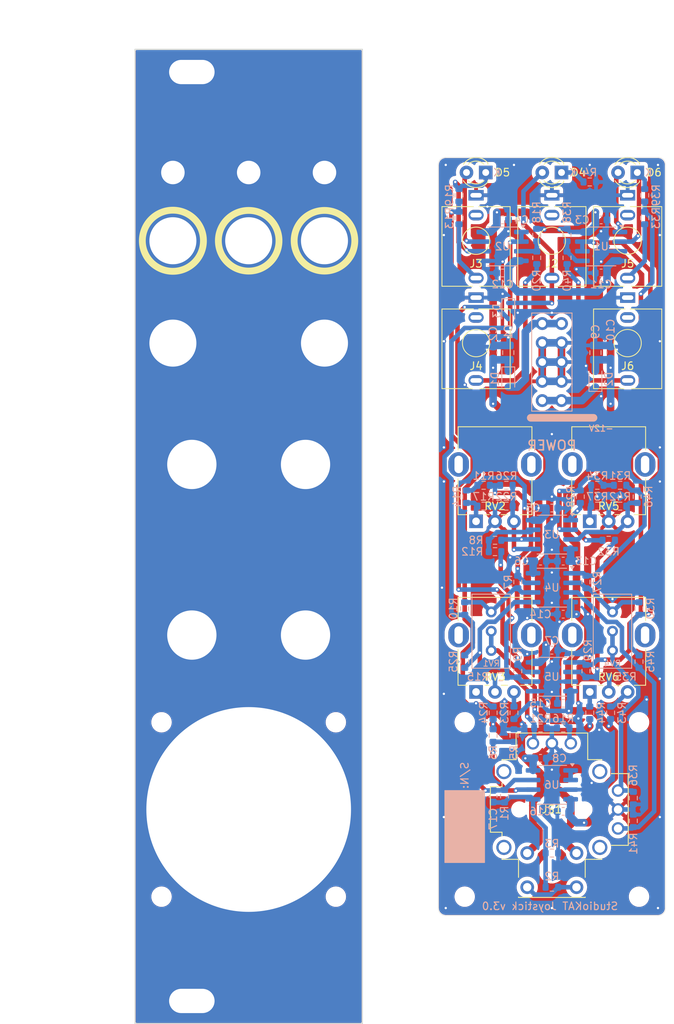
<source format=kicad_pcb>
(kicad_pcb (version 20241229) (generator "pcbnew") (generator_version "9.0")
  (layers (0 "F.Cu" signal) (2 "B.Cu" signal) (13 "F.Paste" user) (15 "B.Paste" user) (5 "F.SilkS" user "F.Silkscreen") (7 "B.SilkS" user "B.Silkscreen") (1 "F.Mask" user) (3 "B.Mask" user) (25 "Edge.Cuts" user))
  (net 0 "")
  (net 1 "GND")
  (net 2 "+12V")
  (net 3 "-12V")
  (net 4 "Net-(D3-A)")
  (net 5 "Net-(D1-A)")
  (net 6 "Net-(D2-K)")
  (net 7 "Net-(D3-K)")
  (net 8 "Net-(D4-K)")
  (net 9 "Net-(D5-AK)")
  (net 10 "Net-(D5-KA)")
  (net 11 "Net-(D6-AK)")
  (net 12 "Net-(D6-KA)")
  (net 15 "Net-(J3-PadT)")
  (net 16 "Net-(R13-Pad1)")
  (net 18 "Net-(J5-PadT)")
  (net 21 "Net-(J6-PadT)")
  (net 22 "/X1")
  (net 23 "Net-(JS1-PadB)")
  (net 24 "/X3")
  (net 25 "/Y1")
  (net 26 "/Y3")
  (net 27 "Net-(R14-Pad2)")
  (net 28 "Net-(R15-Pad1)")
  (net 29 "Net-(R23-Pad2)")
  (net 30 "Net-(U2A--)")
  (net 31 "Net-(R24-Pad1)")
  (net 32 "Net-(R29-Pad2)")
  (net 33 "Net-(R43-Pad2)")
  (net 34 "Net-(R44-Pad1)")
  (net 35 "Net-(R34-Pad2)")
  (net 36 "Net-(R28-Pad2)")
  (net 37 "Net-(R27-Pad2)")
  (net 38 "Net-(R12-Pad1)")
  (net 39 "Net-(R11-Pad1)")
  (net 40 "Net-(J4-PadT)")
  (net 41 "GND2")
  (net 42 "Net-(R35-Pad1)")
  (net 43 "Net-(U5B--)")
  (net 44 "Net-(U6B--)")
  (net 45 "Net-(U4B--)")
  (net 46 "Net-(U5A--)")
  (net 47 "Net-(U6A--)")
  (net 48 "Net-(U4A--)")
  (net 49 "Net-(U3B--)")
  (net 50 "Net-(U3A--)")
  (net 51 "Net-(U2A-+)")
  (net 52 "Net-(U3B-+)")
  (net 53 "Net-(U1B--)")
  (net 54 "Net-(U1B-+)")
  (net 55 "Net-(U3A-+)")
  (net 56 "Net-(U6B-+)")
  (footprint "kat_eurorack:Potentiometer_RV09" (layer "F.Cu") (at 153.5 84.5)
    (property "Reference" "RV5")
    (property "Value" "B100K")
  )
  (footprint "LED_THT:LED_D3.0mm" (layer "F.Cu") (at 147.275 46 180)
    (property "Reference" "D4")
    (property "Value" "LED")
  )
  (footprint "kat_eurorack:PH_AudioJack_3.5mm_Pad" (layer "F.Cu") (at 116 55)
    (property "Reference" "H8")
    (property "Value" "PH_Jack")
  )
  (footprint "kat_eurorack:MountingHole_2.2mm_M2" (layer "F.Cu") (at 117.5 118.5)
    (property "Reference" "H19" (hide yes))
    (property "Value" "PH_M2")
  )
  (footprint "kat_eurorack:Panel_6HP" (layer "F.Cu") (at 91 29.75)
    (property "Reference" "H1")
    (property "Value" "Panel")
    (fp_line (start 0 0) (end 30 0) (stroke (width 0.12)) (layer "Edge.Cuts"))
    (fp_line (start 0 128.5) (end 0 0) (stroke (width 0.12)) (layer "Edge.Cuts"))
    (fp_line (start 30 0) (end 30 128.5) (stroke (width 0.12)) (layer "Edge.Cuts"))
    (fp_line (start 30 128.5) (end 0 128.5) (stroke (width 0.12)) (layer "Edge.Cuts"))
  )
  (footprint "kat_eurorack:Joystick_RKJXV122400R" (layer "F.Cu") (at 146 130)
    (property "Reference" "JS1")
    (property "Value" "RKJXV122400R")
  )
  (footprint "kat_eurorack:PH_Joystick" (layer "F.Cu") (at 106 130)
    (property "Reference" "H14")
    (property "Value" "PH_Joystick" (hide yes))
  )
  (footprint "kat_eurorack:MountingHole_2.2mm_M2" (layer "F.Cu") (at 157.5 141.5)
    (property "Reference" "H16" (hide yes))
    (property "Value" "PH_M2")
  )
  (footprint "kat_eurorack:AudioJack_PJ301M-12" (layer "F.Cu") (at 136 55)
    (property "Reference" "J3")
    (property "Value" "X_OUT")
  )
  (footprint "kat_eurorack:PH_RV09_center" (layer "F.Cu") (at 98.5 107)
    (property "Reference" "H4" (hide yes))
    (property "Value" "PH_Pot" (hide yes))
  )
  (footprint "kat_eurorack:PH_LED_3.0mm_Pad" (layer "F.Cu") (at 116 46)
    (property "Reference" "H13")
    (property "Value" "PH_LED" (hide yes))
  )
  (footprint "kat_eurorack:MountingHole_2.2mm_M2" (layer "F.Cu") (at 157.5 118.5)
    (property "Reference" "H15" (hide yes))
    (property "Value" "PH_M2")
  )
  (footprint "kat_eurorack:MountingHole_2.2mm_M2" (layer "F.Cu") (at 94.5 118.5)
    (property "Reference" "H18" (hide yes))
    (property "Value" "PH_M2")
  )
  (footprint "kat_eurorack:MountingHole_2.2mm_M2" (layer "F.Cu") (at 134.5 141.5)
    (property "Reference" "H17" (hide yes))
    (property "Value" "PH_M2")
  )
  (footprint "kat_eurorack:AudioJack_PJ301M-12" (layer "F.Cu") (at 156 55)
    (property "Reference" "J5")
    (property "Value" "Y_OUT")
  )
  (footprint "kat_eurorack:PH_RV09_center" (layer "F.Cu") (at 113.5 84.5)
    (property "Reference" "H3" (hide yes))
    (property "Value" "PH_Pot" (hide yes))
  )
  (footprint "kat_eurorack:PH_LED_3.0mm_Pad" (layer "F.Cu") (at 106 46)
    (property "Reference" "H11")
    (property "Value" "PH_LED" (hide yes))
  )
  (footprint "kat_eurorack:PH_LED_3.0mm_Pad" (layer "F.Cu") (at 96 46)
    (property "Reference" "H12")
    (property "Value" "PH_LED" (hide yes))
  )
  (footprint "kat_eurorack:PH_RV09_center" (layer "F.Cu") (at 98.5 84.5)
    (property "Reference" "H2" (hide yes))
    (property "Value" "PH_Pot" (hide yes))
  )
  (footprint "kat_eurorack:PH_AudioJack_3.5mm_Pad" (layer "F.Cu") (at 106 55)
    (property "Reference" "H7")
    (property "Value" "PH_Jack")
  )
  (footprint "kat_eurorack:AudioJack_PJ301M-12" (layer "F.Cu") (at 146 55)
    (property "Reference" "J2")
    (property "Value" "GATE")
  )
  (footprint "kat_eurorack:MountingHole_2.2mm_M2" (layer "F.Cu") (at 94.5 141.5)
    (property "Reference" "H20" (hide yes))
    (property "Value" "PH_M2")
  )
  (footprint "LED_THT:LED_D3.0mm" (layer "F.Cu") (at 137.275 46 180)
    (property "Reference" "D5")
    (property "Value" "LED_RED_GREEN")
  )
  (footprint "kat_eurorack:Potentiometer_RV09" (layer "F.Cu") (at 138.5 107)
    (property "Reference" "RV3")
    (property "Value" "B100K")
  )
  (footprint "kat_eurorack:PH_RV09_center" (layer "F.Cu") (at 113.5 107)
    (property "Reference" "H5" (hide yes))
    (property "Value" "PH_Pot" (hide yes))
  )
  (footprint "LED_THT:LED_D3.0mm" (layer "F.Cu") (at 157.275 46 180)
    (property "Reference" "D6")
    (property "Value" "LED_RED_GREEN")
  )
  (footprint "kat_eurorack:Potentiometer_RV09" (layer "F.Cu") (at 153.5 107)
    (property "Reference" "RV6")
    (property "Value" "B100K")
  )
  (footprint "kat_eurorack:PH_AudioJack_3.5mm_Pad" (layer "F.Cu") (at 116 68.5)
    (property "Reference" "H10")
    (property "Value" "PH_Jack")
  )
  (footprint "kat_eurorack:PH_AudioJack_3.5mm_Pad" (layer "F.Cu") (at 96 55)
    (property "Reference" "H6")
    (property "Value" "PH_Jack")
  )
  (footprint "kat_eurorack:PH_AudioJack_3.5mm_Pad" (layer "F.Cu") (at 96 68.5)
    (property "Reference" "H9")
    (property "Value" "PH_Jack")
  )
  (footprint "kat_eurorack:Potentiometer_RV09" (layer "F.Cu") (at 138.5 84.5)
    (property "Reference" "RV2")
    (property "Value" "B100K")
  )
  (footprint "kat_eurorack:AudioJack_PJ301M-12" (layer "F.Cu") (at 136 68.5)
    (property "Reference" "J4")
    (property "Value" "X_IN")
  )
  (footprint "kat_eurorack:MountingHole_2.2mm_M2" (layer "F.Cu") (at 117.5 141.5)
    (property "Reference" "H21" (hide yes))
    (property "Value" "PH_M2")
  )
  (footprint "kat_eurorack:MountingHole_2.2mm_M2" (layer "F.Cu") (at 134.5 118.5)
    (property "Reference" "H22" (hide yes))
    (property "Value" "PH_M2")
  )
  (footprint "kat_eurorack:AudioJack_PJ301M-12" (layer "F.Cu") (at 156 68.5)
    (property "Reference" "J6")
    (property "Value" "Y_IN")
  )
  (footprint "Capacitor_SMD:C_0603_1608Metric" (layer "B.Cu") (at 147.5 116)
    (property "Reference" "C15")
    (property "Value" "100nF")
  )
  (footprint "Resistor_SMD:R_0603_1608Metric" (layer "B.Cu") (at 150.5 111.75 90)
    (property "Reference" "R29")
    (property "Value" "10K")
  )
  (footprint "Capacitor_SMD:C_0603_1608Metric" (layer "B.Cu") (at 138.25 69.75 90)
    (property "Reference" "C2")
    (property "Value" "100nF")
  )
  (footprint "Resistor_SMD:R_0603_1608Metric" (layer "B.Cu") (at 152 90 180)
    (property "Reference" "R37")
    (property "Value" "39K")
  )
  (footprint "Capacitor_SMD:C_0603_1608Metric" (layer "B.Cu") (at 139.5 59.25)
    (property "Reference" "C12")
    (property "Value" "100nF")
  )
  (footprint "Resistor_SMD:R_0603_1608Metric" (layer "B.Cu") (at 152.75 112.5 180)
    (property "Reference" "R35")
    (property "Value" "10K")
  )
  (footprint "Resistor_SMD:R_0603_1608Metric" (layer "B.Cu") (at 146 140.25 180)
    (property "Reference" "R2")
    (property "Value" "100K")
  )
  (footprint "Resistor_SMD:R_0603_1608Metric" (layer "B.Cu") (at 141.5 111.75 90)
    (property "Reference" "R9")
    (property "Value" "10K")
  )
  (footprint "Resistor_SMD:R_0603_1608Metric" (layer "B.Cu") (at 137 90 180)
    (property "Reference" "R17")
    (property "Value" "39K")
  )
  (footprint "Resistor_SMD:R_0603_1608Metric" (layer "B.Cu") (at 134.75 88.75 -90)
    (property "Reference" "R14")
    (property "Value" "22K")
  )
  (footprint "Package_SO:SOIC-8_3.9x4.9mm_P1.27mm" (layer "B.Cu") (at 146 126.75 180)
    (property "Reference" "U6")
    (property "Value" "TL072CDT")
  )
  (footprint "Resistor_SMD:R_0603_1608Metric" (layer "B.Cu") (at 144 54.25 -90)
    (property "Reference" "R18")
    (property "Value" "1M")
  )
  (footprint "Resistor_SMD:R_0603_1608Metric" (layer "B.Cu") (at 139.25 112.5)
    (property "Reference" "R15")
    (property "Value" "10K")
  )
  (footprint "Resistor_SMD:R_0603_1608Metric" (layer "B.Cu") (at 158.25 49 90)
    (property "Reference" "R39")
    (property "Value" "3.3K")
  )
  (footprint "Capacitor_SMD:C_0603_1608Metric" (layer "B.Cu") (at 153.75 69.75 -90)
    (property "Reference" "C10")
    (property "Value" "100nF")
  )
  (footprint "Capacitor_SMD:C_0603_1608Metric" (layer "B.Cu") (at 144.5 123.25)
    (property "Reference" "C8")
    (property "Value" "100nF")
  )
  (footprint "Package_SO:SOIC-8_3.9x4.9mm_P1.27mm" (layer "B.Cu") (at 152.5 55.75 180)
    (property "Reference" "U1")
    (property "Value" "TL072CDT")
  )
  (footprint "Resistor_SMD:R_0603_1608Metric" (layer "B.Cu") (at 138.25 117.25 -90)
    (property "Reference" "R24")
    (property "Value" "1K")
  )
  (footprint "Resistor_SMD:R_0603_1608Metric" (layer "B.Cu") (at 150.5 100 90)
    (property "Reference" "R27")
    (property "Value" "10K")
  )
  (footprint "Capacitor_SMD:C_0603_1608Metric" (layer "B.Cu") (at 147.5 104.25)
    (property "Reference" "C14")
    (property "Value" "100nF")
  )
  (footprint "Package_SO:SOIC-8_3.9x4.9mm_P1.27mm" (layer "B.Cu") (at 139.5 55.75 180)
    (property "Reference" "U2")
    (property "Value" "TL072CDT")
  )
  (footprint "Resistor_SMD:R_0603_1608Metric" (layer "B.Cu") (at 140 87.25)
    (property "Reference" "R26")
    (property "Value" "100K")
  )
  (footprint "Package_SO:SOIC-8_3.9x4.9mm_P1.27mm" (layer "B.Cu") (at 146 100.75 180)
    (property "Reference" "U4")
    (property "Value" "TL072CDT")
  )
  (footprint "Resistor_SMD:R_0603_1608Metric" (layer "B.Cu") (at 153.75 117.25 90)
    (property "Reference" "R43")
    (property "Value" "1K")
  )
  (footprint "Resistor_SMD:R_0603_1608Metric" (layer "B.Cu") (at 146 135.75)
    (property "Reference" "R3")
    (property "Value" "470K")
  )
  (footprint "Capacitor_SMD:C_0805_2012Metric" (layer "B.Cu") (at 151.75 69.75 -90)
    (property "Reference" "C9")
    (property "Value" "22uF")
  )
  (footprint "Resistor_SMD:R_0603_1608Metric" (layer "B.Cu") (at 157.5 110.5 -90)
    (property "Reference" "R45")
    (property "Value" "10K")
  )
  (footprint "Resistor_SMD:R_0603_1608Metric" (layer "B.Cu") (at 153.5 94.5)
    (property "Reference" "R32")
    (property "Value" "10K")
  )
  (footprint "Diode_SMD:D_SOD-323" (layer "B.Cu") (at 140.25 73.25 -90)
    (property "Reference" "D1")
    (property "Value" "1N5819WS")
  )
  (footprint "Capacitor_SMD:C_0603_1608Metric" (layer "B.Cu") (at 147.5 97.25)
    (property "Reference" "C13")
    (property "Value" "100nF")
  )
  (footprint "Resistor_SMD:R_0603_1608Metric" (layer "B.Cu") (at 156.75 131.5 -90)
    (property "Reference" "R41")
    (property "Value" "8.2K")
  )
  (footprint "Resistor_SMD:R_0603_1608Metric" (layer "B.Cu") (at 138.5 94.5 180)
    (property "Reference" "R8")
    (property "Value" "150K")
  )
  (footprint "Diode_SMD:D_SOD-323" (layer "B.Cu") (at 151.75 73.25 90)
    (property "Reference" "D2")
    (property "Value" "1N5819WS")
  )
  (footprint "Resistor_SMD:R_0603_1608Metric" (layer "B.Cu") (at 139.75 128.25 90)
    (property "Reference" "R1")
    (property "Value" "1M")
  )
  (footprint "Capacitor_SMD:C_0603_1608Metric" (layer "B.Cu") (at 152.5 52.25)
    (property "Reference" "C3")
    (property "Value" "100nF")
  )
  (footprint "Capacitor_SMD:C_0603_1608Metric" (layer "B.Cu") (at 152.5 59.25)
    (property "Reference" "C11")
    (property "Value" "100nF")
  )
  (footprint "Resistor_SMD:R_0603_1608Metric" (layer "B.Cu") (at 134.5 110.5 -90)
    (property "Reference" "R25")
    (property "Value" "10K")
  )
  (footprint "Resistor_SMD:R_0603_1608Metric" (layer "B.Cu") (at 155 90)
    (property "Reference" "R42")
    (property "Value" "82K")
  )
  (footprint "Capacitor_SMD:C_0805_2012Metric" (layer "B.Cu") (at 140.25 69.75 90)
    (property "Reference" "C1")
    (property "Value" "22uF")
  )
  (footprint "Package_SO:SOIC-8_3.9x4.9mm_P1.27mm" (layer "B.Cu") (at 146 93.75 180)
    (property "Reference" "U3")
    (property "Value" "TL072CDT")
  )
  (footprint "Resistor_SMD:R_0603_1608Metric" (layer "B.Cu") (at 148 54.25 -90)
    (property "Reference" "R38")
    (property "Value" "1M")
  )
  (footprint "Resistor_SMD:R_0603_1608Metric" (layer "B.Cu") (at 158.25 52 -90)
    (property "Reference" "R33")
    (property "Value" "1K")
  )
  (footprint "Resistor_SMD:R_0603_1608Metric" (layer "B.Cu") (at 141.5 100 90)
    (property "Reference" "R7")
    (property "Value" "10K")
  )
  (footprint "Capacitor_SMD:C_0603_1608Metric" (layer "B.Cu") (at 146 109)
    (property "Reference" "C7")
    (property "Value" "100nF")
  )
  (footprint "Resistor_SMD:R_0603_1608Metric" (layer "B.Cu") (at 144 57.25 90)
    (property "Reference" "R20")
    (property "Value" "10K")
  )
  (footprint "Resistor_SMD:R_0603_1608Metric" (layer "B.Cu") (at 137 87.25 180)
    (property "Reference" "R11")
    (property "Value" "100K")
  )
  (footprint "Resistor_SMD:R_0603_1608Metric" (layer "B.Cu") (at 147.5 119.25)
    (property "Reference" "R16")
    (property "Value" "5.1K")
  )
  (footprint "Resistor_SMD:R_0603_1608Metric" (layer "B.Cu") (at 138.5 96)
    (property "Reference" "R12")
    (property "Value" "10K")
  )
  (footprint "kat_eurorack:BoxHeader_2x05_2.54mm_Europower" (layer "B.Cu") (at 146 71 180)
    (property "Reference" "J1" (hide yes))
    (property "Value" "POWER")
  )
  (footprint "Resistor_SMD:R_0603_1608Metric" (layer "B.Cu") (at 148 57.25 90)
    (property "Reference" "R40")
    (property "Value" "10K")
  )
  (footprint "Potentiometer_THT:Potentiometer_Bourns_3296W_Vertical" (layer "B.Cu") (at 138 103.95 90)
    (property "Reference" "RV1")
    (property "Value" "5kΩ 502")
  )
  (footprint "Capacitor_SMD:C_0603_1608Metric" (layer "B.Cu") (at 144.5 97.25)
    (property "Reference" "C6")
    (property "Value" "100nF")
  )
  (footprint "Resistor_SMD:R_0603_1608Metric" (layer "B.Cu") (at 134.5 103.5 90)
    (property "Reference" "R10")
    (property "Value" "10K")
  )
  (footprint "Package_SO:SOIC-8_3.9x4.9mm_P1.27mm" (layer "B.Cu") (at 146 112.5 180)
    (property "Reference" "U5")
    (property "Value" "TL072CDT")
  )
  (footprint "Resistor_SMD:R_0603_1608Metric" (layer "B.Cu") (at 141 117.25 90)
    (property "Reference" "R23")
    (property "Value" "1K")
  )
  (footprint "Resistor_SMD:R_0603_1608Metric" (layer "B.Cu") (at 133.75 52 -90)
    (property "Reference" "R13")
    (property "Value" "1K")
  )
  (footprint "Capacitor_SMD:C_0603_1608Metric" (layer "B.Cu") (at 139.5 52.25)
    (property "Reference" "C4")
    (property "Value" "100nF")
  )
  (footprint "Capacitor_SMD:C_0603_1608Metric" (layer "B.Cu") (at 138.25 128.25 90)
    (property "Reference" "C17")
    (property "Value" "22nF")
  )
  (footprint "Resistor_SMD:R_0603_1608Metric" (layer "B.Cu") (at 155 87.25 180)
    (property "Reference" "R31")
    (property "Value" "100K")
  )
  (footprint "Resistor_SMD:R_0603_1608Metric" (layer "B.Cu") (at 157.25 88.75 -90)
    (property "Reference" "R46")
    (property "Value" "100K")
  )
  (footprint "Diode_SMD:D_SOD-323" (layer "B.Cu") (at 140.25 64.25 -90)
    (property "Reference" "D3")
    (property "Value" "1N4148WS")
  )
  (footprint "Resistor_SMD:R_0603_1608Metric" (layer "B.Cu") (at 157.5 103.5 90)
    (property "Reference" "R30")
    (property "Value" "10K")
  )
  (footprint "Resistor_SMD:R_0603_1608Metric" (layer "B.Cu") (at 140 90)
    (property "Reference" "R22")
    (property "Value" "82K")
  )
  (footprint "Potentiometer_THT:Potentiometer_Bourns_3296W_Vertical" (layer "B.Cu") (at 154 103.95 90)
    (property "Reference" "RV4")
    (property "Value" "5kΩ 502")
  )
  (footprint "Resistor_SMD:R_0603_1608Metric" (layer "B.Cu") (at 151 117.25 -90)
    (property "Reference" "R44")
    (property "Value" "1K")
  )
  (footprint "Resistor_SMD:R_0603_1608Metric" (layer "B.Cu") (at 156.75 128.5 90)
    (property "Reference" "R36")
    (property "Value" "5.1K")
  )
  (footprint "Capacitor_SMD:C_0603_1608Metric" (layer "B.Cu") (at 146 90.25)
    (property "Reference" "C5")
    (property "Value" "100nF")
  )
  (footprint "Resistor_SMD:R_0603_1608Metric" (layer "B.Cu") (at 152 87.25 180)
    (property "Reference" "R34")
    (property "Value" "22K")
  )
  (footprint "Resistor_SMD:R_0603_1608Metric" (layer "B.Cu") (at 149.75 88.75 -90)
    (property "Reference" "R28")
    (property "Value" "150K")
  )
  (footprint "Capacitor_SMD:C_0603_1608Metric" (layer "B.Cu") (at 147.5 130.25)
    (property "Reference" "C16")
    (property "Value" "100nF")
  )
  (footprint "Resistor_SMD:R_0603_1608Metric" (layer "B.Cu") (at 138.25 120.25 90)
    (property "Reference" "R6")
    (property "Value" "10K")
  )
  (footprint "Resistor_SMD:R_0603_1608Metric" (layer "B.Cu") (at 144.5 119.25 180)
    (property "Reference" "R21")
    (property "Value" "8.2K")
  )
  (footprint "Resistor_SMD:R_0603_1608Metric" (layer "B.Cu") (at 133.75 49 90)
    (property "Reference" "R19")
    (property "Value" "3.3K")
  )
  (footprint "Resistor_SMD:R_0603_1608Metric" (layer "B.Cu") (at 151 47.25)
    (property "Reference" "R4")
    (property "Value" "6.8K")
  )
  (footprint "Resistor_SMD:R_0603_1608Metric" (layer "B.Cu") (at 141 120.25 -90)
    (property "Reference" "R5")
    (property "Value" "4.7K")
  )
  (gr_circle (center 96 55) (end 100.031129 55) (stroke (width 0.9)) (fill no) (layer "F.SilkS"))
  (gr_circle (center 106 55) (end 110 55) (stroke (width 0.9)) (fill no) (layer "F.SilkS"))
  (gr_circle (center 116 55) (end 120 55) (stroke (width 0.9)) (fill no) (layer "F.SilkS"))
  (gr_rect (start 131.875 127.5) (end 137.125 137) (stroke (width 0.1)) (fill yes) (layer "B.SilkS"))
  (gr_line (start 132 144) (end 160 144) (stroke (width 0.05)) (layer "Edge.Cuts"))
  (gr_arc (start 131 45) (mid 131.292893 44.292893) (end 132 44) (stroke (width 0.05)) (layer "Edge.Cuts"))
  (gr_arc (start 132 144) (mid 131.292893 143.707107) (end 131 143) (stroke (width 0.05)) (layer "Edge.Cuts"))
  (gr_line (start 131 45) (end 131 143) (stroke (width 0.05)) (layer "Edge.Cuts"))
  (gr_arc (start 161 143) (mid 160.707107 143.707107) (end 160 144) (stroke (width 0.05)) (layer "Edge.Cuts"))
  (gr_line (start 160 44) (end 132 44) (stroke (width 0.05)) (layer "Edge.Cuts"))
  (gr_arc (start 160 44) (mid 160.707107 44.292893) (end 161 45) (stroke (width 0.05)) (layer "Edge.Cuts"))
  (gr_line (start 161 143) (end 161 45) (stroke (width 0.05)) (layer "Edge.Cuts"))
  (gr_text "StudioKAT Joystick v3.0" (at 145.75 142.75 0) (layer "B.SilkS") (effects (font (size 1 1) (thickness 0.15) (bold yes)) (justify mirror)))
  (gr_text "S/N:" (at 134.5 125.5 90) (layer "B.SilkS") (effects (font (size 1 1)) (justify mirror)))
  (gr_text "K" (at 158.75 46 0) (layer "B.SilkS") (effects (font (size 1 1)) (justify mirror)))
  (gr_text "K" (at 138.75 46 0) (layer "B.SilkS") (effects (font (size 1 1)) (justify mirror)))
  (gr_text "K" (at 148.75 46 0) (layer "B.SilkS") (effects (font (size 1 1)) (justify mirror)))
  (segment (start 147.27 68.46) (end 147.27 73.54) (width 1) (layer "F.Cu") (net 1))
  (segment (start 144.73 68.46) (end 144.73 73.54) (width 1) (layer "F.Cu") (net 1))
  (via (at 146 80.5) (size 0.6) (drill 0.3) (layers "F.Cu" "B.Cu") (net 1))
  (via (at 147 105.25) (size 0.6) (drill 0.3) (layers "F.Cu" "B.Cu") (net 1))
  (via (at 150.5 71.5) (size 0.6) (drill 0.3) (layers "F.Cu" "B.Cu") (net 1))
  (via (at 142 118.75) (size 0.6) (drill 0.3) (layers "F.Cu" "B.Cu") (net 1))
  (via (at 152.25 116) (size 0.6) (drill 0.3) (layers "F.Cu" "B.Cu") (net 1))
  (via (at 154 102.25) (size 0.6) (drill 0.3) (layers "F.Cu" "B.Cu") (net 1))
  (via (at 136 116) (size 0.6) (drill 0.3) (layers "F.Cu" "B.Cu") (net 1))
  (via (at 151.25 126.5) (size 0.6) (drill 0.3) (layers "F.Cu" "B.Cu") (net 1))
  (via (at 158.5 115.5) (size 0.6) (drill 0.3) (layers "F.Cu" "B.Cu") (net 1))
  (via (at 139.5 62) (size 0.6) (drill 0.3) (layers "F.Cu" "B.Cu") (net 1))
  (via (at 137.5 50.5) (size 0.6) (drill 0.3) (layers "F.Cu" "B.Cu") (net 1))
  (via (at 151 45) (size 0.6) (drill 0.3) (layers "F.Cu" "B.Cu") (net 1))
  (via (at 155 88.75) (size 0.6) (drill 0.3) (layers "F.Cu" "B.Cu") (net 1))
  (via (at 131.75 82.25) (size 0.6) (drill 0.3) (layers "F.Cu" "B.Cu") (net 1))
  (via (at 140.25 67.75) (size 0.6) (drill 0.3) (layers "F.Cu" "B.Cu") (net 1))
  (via (at 146 124.75) (size 0.6) (drill 0.3) (layers "F.Cu" "B.Cu") (net 1))
  (via (at 160 143) (size 0.6) (drill 0.3) (layers "F.Cu" "B.Cu") (net 1))
  (via (at 151 109.75) (size 0.6) (drill 0.3) (layers "F.Cu" "B.Cu") (net 1))
  (via (at 139.75 115.75) (size 0.6) (drill 0.3) (layers "F.Cu" "B.Cu") (net 1))
  (via (at 131.75 131) (size 0.6) (drill 0.3) (layers "F.Cu" "B.Cu") (net 1))
  (via (at 152.5 53.75) (size 0.6) (drill 0.3) (layers "F.Cu" "B.Cu") (net 1))
  (via (at 132 45) (size 0.6) (drill 0.3) (layers "F.Cu" "B.Cu") (net 1))
  (via (at 141 45) (size 0.6) (drill 0.3) (layers "F.Cu" "B.Cu") (net 1))
  (via (at 146 114.5) (size 0.6) (drill 0.3) (layers "F.Cu" "B.Cu") (net 1))
  (via (at 141.5 64.5) (size 0.6) (drill 0.3) (layers "F.Cu" "B.Cu") (net 1))
  (via (at 134.5 74) (size 0.6) (drill 0.3) (layers "F.Cu" "B.Cu") (net 1))
  (via (at 146 143) (size 0.6) (drill 0.3) (layers "F.Cu" "B.Cu") (net 1))
  (via (at 146 88.75) (size 0.6) (drill 0.3) (layers "F.Cu" "B.Cu") (net 1))
  (via (at 142.75 109.5) (size 0.6) (drill 0.3) (layers "F.Cu" "B.Cu") (net 1))
  (via (at 160.25 54.25) (size 0.6) (drill 0.3) (layers "F.Cu" "B.Cu") (net 1))
  (via (at 131.75 54.25) (size 0.6) (drill 0.3) (layers "F.Cu" "B.Cu") (net 1))
  (via (at 152.25 119.5) (size 0.6) (drill 0.3) (layers "F.Cu" "B.Cu") (net 1))
  (via (at 160.25 112.75) (size 0.6) (drill 0.3) (layers "F.Cu" "B.Cu") (net 1))
  (via (at 160.25 86.75) (size 0.6) (drill 0.3) (layers "F.Cu" "B.Cu") (net 1))
  (via (at 152.5 75.5) (size 0.6) (drill 0.3) (layers "F.Cu" "B.Cu") (net 1))
  (via (at 140.5 96.75) (size 0.6) (drill 0.3) (layers "F.Cu" "B.Cu") (net 1))
  (via (at 131.75 114.75) (size 0.6) (drill 0.3) (layers "F.Cu" "B.Cu") (net 1))
  (via (at 146 98.75) (size 0.6) (drill 0.3) (layers "F.Cu" "B.Cu") (net 1))
  (via (at 160 45) (size 0.6) (drill 0.3) (layers "F.Cu" "B.Cu") (net 1))
  (via (at 132 143) (size 0.6) (drill 0.3) (layers "F.Cu" "B.Cu") (net 1))
  (via (at 150.75 104.25) (size 0.6) (drill 0.3) (layers "F.Cu" "B.Cu") (net 1))
  (via (at 160.25 82.25) (size 0.6) (drill 0.3) (layers "F.Cu" "B.Cu") (net 1))
  (via (at 160.25 131) (size 0.6) (drill 0.3) (layers "F.Cu" "B.Cu") (net 1))
  (via (at 131.75 68.25) (size 0.6) (drill 0.3) (layers "F.Cu" "B.Cu") (net 1))
  (via (at 149.5 116) (size 0.6) (drill 0.3) (layers "F.Cu" "B.Cu") (net 1))
  (via (at 146 91.75) (size 0.6) (drill 0.3) (layers "F.Cu" "B.Cu") (net 1))
  (via (at 152.5 57.75) (size 0.6) (drill 0.3) (layers "F.Cu" "B.Cu") (net 1))
  (via (at 142.75 104.75) (size 0.6) (drill 0.3) (layers "F.Cu" "B.Cu") (net 1))
  (via (at 146 110.5) (size 0.6) (drill 0.3) (layers "F.Cu" "B.Cu") (net 1))
  (via (at 139.5 57.75) (size 0.6) (drill 0.3) (layers "F.Cu" "B.Cu") (net 1))
  (via (at 146 64.5) (size 0.6) (drill 0.3) (layers "F.Cu" "B.Cu") (net 1))
  (via (at 131.75 86.75) (size 0.6) (drill 0.3) (layers "F.Cu" "B.Cu") (net 1))
  (via (at 131.5 100.75) (size 0.6) (drill 0.3) (layers "F.Cu" "B.Cu") (net 1))
  (via (at 160.25 68.25) (size 0.6) (drill 0.3) (layers "F.Cu" "B.Cu") (net 1))
  (via (at 146 95.75) (size 0.6) (drill 0.3) (layers "F.Cu" "B.Cu") (net 1))
  (via (at 146 102.75) (size 0.6) (drill 0.3) (layers "F.Cu" "B.Cu") (net 1))
  (via (at 149.25 58.75) (size 0.6) (drill 0.3) (layers "F.Cu" "B.Cu") (net 1))
  (via (at 152 88.75) (size 0.6) (drill 0.3) (layers "F.Cu" "B.Cu") (net 1))
  (via (at 140.25 53.75) (size 0.6) (drill 0.3) (layers "F.Cu" "B.Cu") (net 1))
  (via (at 149.5 118) (size 0.6) (drill 0.3) (layers "F.Cu" "B.Cu") (net 1))
  (segment (start 156.75 129.325) (end 156.75 130) (width 0.6) (layer "B.Cu") (net 1))
  (segment (start 136 49) (end 136.8 49) (width 0.4) (layer "B.Cu") (net 1))
  (segment (start 139.175 90) (end 138.5 90) (width 0.6) (layer "B.Cu") (net 1))
  (segment (start 138.5 90) (end 137.825 90) (width 0.6) (layer "B.Cu") (net 1))
  (segment (start 138.425 68.8) (end 138.25 68.975) (width 1) (layer "B.Cu") (net 1))
  (segment (start 146 121.27) (end 146 122.525) (width 0.6) (layer "B.Cu") (net 1))
  (segment (start 136.8 49) (end 136.8 49.289949) (width 0.4) (layer "B.Cu") (net 1))
  (segment (start 147.27 73.54) (end 144.73 73.54) (width 1) (layer "B.Cu") (net 1))
  (segment (start 153.5 90) (end 154.175 90) (width 0.6) (layer "B.Cu") (net 1))
  (segment (start 146 122.525) (end 145.275 123.25) (width 0.6) (layer "B.Cu") (net 1))
  (segment (start 140.25 68.8) (end 138.425 68.8) (width 1) (layer "B.Cu") (net 1))
  (segment (start 153.575 68.8) (end 153.75 68.975) (width 1) (layer "B.Cu") (net 1))
  (segment (start 153.5 92) (end 153.5 90) (width 0.6) (layer "B.Cu") (net 1))
  (segment (start 147.27 68.46) (end 144.73 68.46) (width 1) (layer "B.Cu") (net 1))
  (segment (start 151.75 68.8) (end 153.575 68.8) (width 1) (layer "B.Cu") (net 1))
  (segment (start 146 121.27) (end 146 119.25) (width 0.6) (layer "B.Cu") (net 1))
  (segment (start 145.325 119.25) (end 146 119.25) (width 0.6) (layer "B.Cu") (net 1))
  (segment (start 138.5 92) (end 138.5 90) (width 0.6) (layer "B.Cu") (net 1))
  (segment (start 152.825 90) (end 153.5 90) (width 0.6) (layer "B.Cu") (net 1))
  (segment (start 156.75 130) (end 156.75 130.675) (width 0.6) (layer "B.Cu") (net 1))
  (segment (start 147.27 71) (end 144.73 71) (width 1) (layer "B.Cu") (net 1))
  (segment (start 146 119.25) (end 146.675 119.25) (width 0.6) (layer "B.Cu") (net 1))
  (segment (start 154.73 130) (end 156.75 130) (width 0.6) (layer "B.Cu") (net 1))
  (segment (start 138.75 51.25) (end 138.75 53) (width 1) (layer "F.Cu") (net 2))
  (segment (start 144.5 127.034522) (end 144.964478 127.499) (width 1) (layer "F.Cu") (net 2))
  (segment (start 141.974 120.441628) (end 141.974 122.724) (width 1) (layer "F.Cu") (net 2))
  (segment (start 142.5 123.25) (end 144.5 125.25) (width 1) (layer "F.Cu") (net 2))
  (segment (start 144.13209 119.744) (end 144.13809 119.75) (width 1) (layer "F.Cu") (net 2))
  (segment (start 145.361 108.113694) (end 145.361 105.886306) (width 1) (layer "F.Cu") (net 2))
  (segment (start 147.70526 134.243406) (end 147.994086 134.532232) (width 1) (layer "F.Cu") (net 2))
  (segment (start 148.467768 135.005914) (end 148.756594 135.29474) (width 1) (layer "F.Cu") (net 2))
  (segment (start 144.301 132.801) (end 144.301 134.199) (width 1) (layer "F.Cu") (net 2))
  (segment (start 143.541086 131.994086) (end 144.297 132.75) (width 1) (layer "F.Cu") (net 2))
  (segment (start 143.499 128.964478) (end 143.499 129.499) (width 1) (layer "F.Cu") (net 2))
  (segment (start 147.70526 134.20526) (end 147.70526 134.243406) (width 1) (layer "F.Cu") (net 2))
  (segment (start 141.974 120.441628) (end 139.941628 120.441628) (width 1) (layer "F.Cu") (net 2))
  (segment (start 143.5 131.961855) (end 143.532231 131.994086) (width 1) (layer "F.Cu") (net 2))
  (segment (start 144.25 86.724694) (end 144.25 90.25) (width 1) (layer "F.Cu") (net 2))
  (segment (start 145.225 108.249694) (end 145.361 108.113694) (width 1) (layer "F.Cu") (net 2))
  (segment (start 147.86791 119.744) (end 149.13209 119.744) (width 1) (layer "F.Cu") (net 2))
  (segment (start 145.361 105.886306) (end 142.75 103.275306) (width 1) (layer "F.Cu") (net 2))
  (segment (start 141.974 120.441628) (end 142.665628 119.75) (width 1) (layer "F.Cu") (net 2))
  (segment (start 142.86191 119.75) (end 142.86791 119.744) (width 1) (layer "F.Cu") (net 2))
  (segment (start 142.75 51.25) (end 138.75 51.25) (width 1) (layer "F.Cu") (net 2))
  (segment (start 144.005914 134.541086) (end 143.541086 135.005914) (width 1) (layer "F.Cu") (net 2))
  (segment (start 142.86791 119.744) (end 144.13209 119.744) (width 1) (layer "F.Cu") (net 2))
  (segment (start 144.29474 134.20526) (end 144.29474 134.243407) (width 1) (layer "F.Cu") (net 2))
  (segment (start 148.756594 135.29474) (end 148.79474 135.29474) (width 1) (layer "F.Cu") (net 2))
  (segment (start 149.5 53.5) (end 147 53.5) (width 1) (layer "F.Cu") (net 2))
  (segment (start 147.994086 134.532232) (end 147.994086 134.541086) (width 1) (layer "F.Cu") (net 2))
  (segment (start 147.699 132.754) (end 147.699 134.199) (width 1) (layer "F.Cu") (net 2))
  (segment (start 144.005914 134.532233) (end 144.005914 134.541086) (width 1) (layer "F.Cu") (net 2))
  (segment (start 143.5 129.5) (end 143.5 131.961855) (width 1) (layer "F.Cu") (net 2))
  (segment (start 146.63809 119.75) (end 147.86191 119.75) (width 1) (layer "F.Cu") (net 2))
  (segment (start 143.541086 135.005914) (end 143.494086 135.005914) (width 1) (layer "F.Cu") (net 2))
  (segment (start 147.86191 119.75) (end 147.86791 119.744) (width 1) (layer "F.Cu") (net 2))
  (segment (start 148.458914 135.005914) (end 148.467768 135.005914) (width 1) (layer "F.Cu") (net 2))
  (segment (start 147 53.5) (end 145 53.5) (width 1) (layer "F.Cu") (net 2))
  (segment (start 144.29474 134.243407) (end 144.005914 134.532233) (width 1) (layer "F.Cu") (net 2))
  (segment (start 139.941628 120.441628) (end 138.25 118.75) (width 1) (layer "F.Cu") (net 2))
  (segment (start 148.5 129) (end 148.5 131.953) (width 1) (layer "F.Cu") (net 2))
  (segment (start 144.5 125.25) (end 144.5 127.034522) (width 1) (layer "F.Cu") (net 2))
  (segment (start 146.63209 119.744) (end 146.63809 119.75) (width 1) (layer "F.Cu") (net 2))
  (segment (start 142.665628 119.75) (end 142.86191 119.75) (width 1) (layer "F.Cu") (net 2))
  (segment (start 143.532231 131.994086) (end 143.541086 131.994086) (width 1) (layer "F.Cu") (net 2))
  (segment (start 145.361 85.613694) (end 144.25 86.724694) (width 1) (layer "F.Cu") (net 2))
  (segment (start 149.13209 119.744) (end 149.13809 119.75) (width 1) (layer "F.Cu") (net 2))
  (segment (start 144.301 134.199) (end 144.29474 134.20526) (width 1) (layer "F.Cu") (net 2))
  (segment (start 144.75 108.75) (end 144.75 119.75) (width 1) (layer "F.Cu") (net 2))
  (segment (start 141.974 122.724) (end 142.5 123.25) (width 1) (layer "F.Cu") (net 2))
  (segment (start 148.5 131.953) (end 147.699 132.754) (width 1) (layer "F.Cu") (net 2))
  (segment (start 150.25 119.75) (end 151 119) (width 1) (layer "F.Cu") (net 2))
  (segment (start 145.225 108.275) (end 145.225 108.249694) (width 1) (layer "F.Cu") (net 2))
  (segment (start 145 53.5) (end 142.75 51.25) (width 1) (layer "F.Cu") (net 2))
  (segment (start 145.225 108.275) (end 144.75 108.75) (width 1) (layer "F.Cu") (net 2))
  (segment (start 144.297 132.797) (end 144.301 132.801) (width 1) (layer "F.Cu") (net 2))
  (segment (start 138.75 53) (end 138.25 53.5) (width 1) (layer "F.Cu") (net 2))
  (segment (start 144.25 90.25) (end 144.25 95.75) (width 1) (layer "F.Cu") (net 2))
  (segment (start 148.055 128.518478) (end 148.055 128.555) (width 1) (layer "F.Cu") (net 2))
  (segment (start 148.79474 135.29474) (end 149.25 135.75) (width 1) (layer "F.Cu") (net 2))
  (segment (start 147.994086 134.541086) (end 148.458914 135.005914) (width 1) (layer "F.Cu") (net 2))
  (segment (start 144.297 132.75) (end 144.297 132.797) (width 1) (layer "F.Cu") (net 2))
  (segment (start 144.964478 127.499) (end 143.499 128.964478) (width 1) (layer "F.Cu") (net 2))
  (segment (start 147.699 134.199) (end 147.70526 134.20526) (width 1) (layer "F.Cu") (net 2))
  (segment (start 143.499 129.499) (end 143.5 129.5) (width 1) (layer "F.Cu") (net 2))
  (segment (start 145.36791 119.744) (end 146.63209 119.744) (width 1) (layer "F.Cu") (net 2))
  (segment (start 147.035522 127.499) (end 148.055 128.518478) (width 1) (layer "F.Cu") (net 2))
  (segment (start 144.964478 127.499) (end 147.035522 127.499) (width 1) (layer "F.Cu") (net 2))
  (segment (start 138.25 76.5) (end 138.5 76.5) (width 1) (layer "F.Cu") (net 2))
  (segment (start 145.361 83.361) (end 145.361 85.613694) (width 1) (layer "F.Cu") (net 2))
  (segment (start 142.75 103.275306) (end 142.75 97.25) (width 1) (layer "F.Cu") (net 2))
  (segment (start 138.5 76.5) (end 145.361 83.361) (width 1) (layer "F.Cu") (net 2))
  (segment (start 138.25 53.5) (end 138.25 71.75) (width 1) (layer "F.Cu") (net 2))
  (segment (start 149.13809 119.75) (end 150.25 119.75) (width 1) (layer "F.Cu") (net 2))
  (segment (start 144.13809 119.75) (end 145.36191 119.75) (width 1) (layer "F.Cu") (net 2))
  (segment (start 144.25 95.75) (end 142.75 97.25) (width 1) (layer "F.Cu") (net 2))
  (segment (start 143.494086 135.005914) (end 142.75 135.75) (width 1) (layer "F.Cu") (net 2))
  (segment (start 145.36191 119.75) (end 145.36791 119.744) (width 1) (layer "F.Cu") (net 2))
  (segment (start 151.75 51.25) (end 149.5 53.5) (width 1) (layer "F.Cu") (net 2))
  (segment (start 148.055 128.555) (end 148.5 129) (width 1) (layer "F.Cu") (net 2))
  (via (at 151.75 51.25) (size 0.6) (drill 0.3) (layers "F.Cu" "B.Cu") (net 2))
  (via (at 138.25 71.75) (size 0.6) (drill 0.3) (layers "F.Cu" "B.Cu") (net 2))
  (via (at 145.225 108.275) (size 0.6) (drill 0.3) (layers "F.Cu" "B.Cu") (net 2))
  (via (at 151 119) (size 0.6) (drill 0.3) (layers "F.Cu" "B.Cu") (net 2))
  (via (at 138.25 118.75) (size 0.6) (drill 0.3) (layers "F.Cu" "B.Cu") (net 2))
  (via (at 142.5 123.25) (size 0.6) (drill 0.3) (layers "F.Cu" "B.Cu") (net 2))
  (via (at 138.25 76.5) (size 0.6) (drill 0.3) (layers "F.Cu" "B.Cu") (net 2))
  (via (at 147 53.5) (size 0.6) (drill 0.3) (layers "F.Cu" "B.Cu") (net 2))
  (via (at 138.75 51.25) (size 0.6) (drill 0.3) (layers "F.Cu" "B.Cu") (net 2))
  (via (at 144.25 90.25) (size 0.6) (drill 0.3) (layers "F.Cu" "B.Cu") (net 2))
  (via (at 145 53.5) (size 0.6) (drill 0.3) (layers "F.Cu" "B.Cu") (net 2))
  (via (at 142.75 97.25) (size 0.6) (drill 0.3) (layers "F.Cu" "B.Cu") (net 2))
  (segment (start 143.525 123.45) (end 143.725 123.25) (width 1) (layer "B.Cu") (net 2))
  (segment (start 138.725 51.275) (end 138.75 51.25) (width 1) (layer "B.Cu") (net 2))
  (segment (start 144.405 91.845) (end 143.525 91.845) (width 1) (layer "B.Cu") (net 2))
  (segment (start 150.13 53.845) (end 150.905 53.845) (width 1) (layer "B.Cu") (net 2))
  (segment (start 137.905 53.845) (end 137.13 53.845) (width 1) (layer "B.Cu") (net 2))
  (segment (start 151.75 52.275) (end 151.725 52.25) (width 1) (layer "B.Cu") (net 2))
  (segment (start 150.025 53.845) (end 150.13 53.845) (width 0.6) (layer "B.Cu") (net 2))
  (segment (start 143.525 98.845) (end 143.525 97.45) (width 1) (layer "B.Cu") (net 2))
  (segment (start 142.5 123.25) (end 143.725 123.25) (width 1) (layer "B.Cu") (net 2))
  (segment (start 145.225 109.775) (end 145.225 109) (width 1) (layer "B.Cu") (net 2))
  (segment (start 148 53.425) (end 147.075 53.425) (width 0.6) (layer "B.Cu") (net 2))
  (segment (start 147.075 53.425) (end 147 53.5) (width 0.6) (layer "B.Cu") (net 2))
  (segment (start 151.725 52.25) (end 151.725 51.275) (width 1) (layer "B.Cu") (net 2))
  (segment (start 140.25 70.7) (end 138.425 70.7) (width 1) (layer "B.Cu") (net 2))
  (segment (start 144.405 110.595) (end 145.225 109.775) (width 1) (layer "B.Cu") (net 2))
  (segment (start 150.905 53.845) (end 151.75 53) (width 1) (layer "B.Cu") (net 2))
  (segment (start 148.42 53.845) (end 148 53.425) (width 0.6) (layer "B.Cu") (net 2))
  (segment (start 151 118.075) (end 151 119) (width 0.6) (layer "B.Cu") (net 2))
  (segment (start 137.13 53.845) (end 137.025 53.845) (width 0.6) (layer "B.Cu") (net 2))
  (segment (start 149.25 135.25) (end 149.25 135.75) (width 0.6) (layer "B.Cu") (net 2))
  (segment (start 138.725 52.25) (end 138.725 51.275) (width 1) (layer "B.Cu") (net 2))
  (segment (start 140.25 72.2) (end 140.25 70.7) (width 1) (layer "B.Cu") (net 2))
  (segment (start 151.725 51.275) (end 151.75 51.25) (width 1) (layer "B.Cu") (net 2))
  (segment (start 138.25 76.5) (end 138.25 71.75) (width 1) (layer "B.Cu") (net 2))
  (segment (start 145.225 90.25) (end 145.225 91.025) (width 1) (layer "B.Cu") (net 2))
  (segment (start 138.25 118.75) (end 138.25 118.075) (width 0.6) (layer "B.Cu") (net 2))
  (segment (start 138.725 53.025) (end 137.905 53.845) (width 1) (layer "B.Cu") (net 2))
  (segment (start 143.725 97.25) (end 142.75 97.25) (width 1) (layer "B.Cu") (net 2))
  (segment (start 143.525 97.45) (end 143.725 97.25) (width 1) (layer "B.Cu") (net 2))
  (segment (start 138.425 70.7) (end 138.25 70.525) (width 1) (layer "B.Cu") (net 2))
  (segment (start 144.925 53.425) (end 145 53.5) (width 0.6) (layer "B.Cu") (net 2))
  (segment (start 144 53.425) (end 144.925 53.425) (width 0.6) (layer "B.Cu") (net 2))
  (segment (start 143.525 110.595) (end 144.405 110.595) (width 1) (layer "B.Cu") (net 2))
  (segment (start 138.25 70.525) (end 138.25 71.75) (width 1) (layer "B.Cu") (net 2))
  (segment (start 145.225 91.025) (end 144.405 91.845) (width 1) (layer "B.Cu") (net 2))
  (segment (start 151.75 53) (end 151.75 52.275) (width 1) (layer "B.Cu") (net 2))
  (segment (start 144.25 90.25) (end 145.225 90.25) (width 1) (layer "B.Cu") (net 2))
  (segment (start 143.525 124.845) (end 143.525 123.45) (width 1) (layer "B.Cu") (net 2))
  (segment (start 145.225 108.275) (end 145.225 109) (width 1) (layer "B.Cu") (net 2))
  (segment (start 150.025 53.845) (end 148.42 53.845) (width 0.6) (layer "B.Cu") (net 2))
  (segment (start 138.25 119.425) (end 138.25 118.75) (width 0.6) (layer "B.Cu") (net 2))
  (segment (start 138.725 52.25) (end 138.725 53.025) (width 1) (layer "B.Cu") (net 2))
  (segment (start 150.778801 131.75) (end 150.25 131.75) (width 1) (layer "F.Cu") (net 3))
  (segment (start 150.761 105.761) (end 149.25 104.25) (width 1) (layer "F.Cu") (net 3))
  (segment (start 150.761 108.113694) (end 150.761 105.761) (width 1) (layer "F.Cu") (net 3))
  (segment (start 151.5 117) (end 148.25 117) (width 1) (layer "F.Cu") (net 3))
  (segment (start 148.25 117) (end 148.25 116.5) (width 1) (layer "F.Cu") (net 3))
  (segment (start 154.226 119.726) (end 154.226 125.78742) (width 1) (layer "F.Cu") (net 3))
  (segment (start 149.25 104.25) (end 149.25 97.25) (width 1) (layer "F.Cu") (net 3))
  (segment (start 151.876 128.13742) (end 151.876 130.652801) (width 1) (layer "F.Cu") (net 3))
  (segment (start 153.275 60.525) (end 153.75 61) (width 1) (layer "F.Cu") (net 3))
  (segment (start 148 88.374694) (end 148 93.75) (width 1) (layer "F.Cu") (net 3))
  (segment (start 148.25 116.5) (end 148.25 110.624694) (width 1) (layer "F.Cu") (net 3))
  (segment (start 154.226 125.78742) (end 151.876 128.13742) (width 1) (layer "F.Cu") (net 3))
  (segment (start 153.275 60.475) (end 153.275 60.525) (width 1) (layer "F.Cu") (net 3))
  (segment (start 153.75 76.5) (end 153.75 82.624694) (width 1) (layer "F.Cu") (net 3))
  (segment (start 148.25 110.624694) (end 150.761 108.113694) (width 1) (layer "F.Cu") (net 3))
  (segment (start 153.5 119) (end 154.226 119.726) (width 1) (layer "F.Cu") (net 3))
  (segment (start 148 93.75) (end 149.25 95) (width 1) (layer "F.Cu") (net 3))
  (segment (start 151.876 130.652801) (end 150.778801 131.75) (width 1) (layer "F.Cu") (net 3))
  (segment (start 153.5 119) (end 151.5 117) (width 1) (layer "F.Cu") (net 3))
  (segment (start 149.25 95) (end 149.25 97.25) (width 1) (layer "F.Cu") (net 3))
  (segment (start 153.75 82.624694) (end 148 88.374694) (width 1) (layer "F.Cu") (net 3))
  (segment (start 153.75 61) (end 153.75 71.75) (width 1) (layer "F.Cu") (net 3))
  (via (at 153.5 119) (size 0.6) (drill 0.3) (layers "F.Cu" "B.Cu") (net 3))
  (via (at 149.25 104.25) (size 0.6) (drill 0.3) (layers "F.Cu" "B.Cu") (net 3))
  (via (at 148.25 117) (size 0.6) (drill 0.3) (layers "F.Cu" "B.Cu") (net 3))
  (via (at 150.25 131.75) (size 0.6) (drill 0.3) (layers "F.Cu" "B.Cu") (net 3))
  (via (at 153.75 76.5) (size 0.6) (drill 0.3) (layers "F.Cu" "B.Cu") (net 3))
  (via (at 153.75 71.75) (size 0.6) (drill 0.3) (layers "F.Cu" "B.Cu") (net 3))
  (via (at 153.275 60.475) (size 0.6) (drill 0.3) (layers "F.Cu" "B.Cu") (net 3))
  (via (at 149.25 97.25) (size 0.6) (drill 0.3) (layers "F.Cu" "B.Cu") (net 3))
  (segment (start 153.5 119) (end 153.75 118.75) (width 0.6) (layer "B.Cu") (net 3))
  (segment (start 148.475 104.05) (end 148.275 104.25) (width 1) (layer "B.Cu") (net 3))
  (segment (start 154.87 57.655) (end 154.095 57.655) (width 1) (layer "B.Cu") (net 3))
  (segment (start 140.275 60.525) (end 140.275 59.25) (width 1) (layer "B.Cu") (net 3))
  (segment (start 141.975 57.655) (end 141.87 57.655) (width 0.6) (layer "B.Cu") (net 3))
  (segment (start 152 61.75) (end 141.5 61.75) (width 1) (layer "B.Cu") (net 3))
  (segment (start 153.575 70.7) (end 153.75 70.525) (width 1) (layer "B.Cu") (net 3))
  (segment (start 148.475 114.405) (end 148.475 115.8) (width 1) (layer "B.Cu") (net 3))
  (segment (start 148.275 104.25) (end 149.25 104.25) (width 1) (layer "B.Cu") (net 3))
  (segment (start 154.095 57.655) (end 153.275 58.475) (width 1) (layer "B.Cu") (net 3))
  (segment (start 154.975 57.655) (end 154.87 57.655) (width 0.6) (layer "B.Cu") (net 3))
  (segment (start 148.275 130.775) (end 148.275 130.25) (width 1) (layer "B.Cu") (net 3))
  (segment (start 151.75 70.7) (end 153.575 70.7) (width 1) (layer "B.Cu") (net 3))
  (segment (start 140.275 58.475) (end 140.275 59.25) (width 1) (layer "B.Cu") (net 3))
  (segment (start 141.095 57.655) (end 140.275 58.475) (width 1) (layer "B.Cu") (net 3))
  (segment (start 145.5 117) (end 148.25 117) (width 0.6) (layer "B.Cu") (net 3))
  (segment (start 148.475 97.05) (end 148.275 97.25) (width 1) (layer "B.Cu") (net 3))
  (segment (start 148.475 130.05) (end 148.275 130.25) (width 1) (layer "B.Cu") (net 3))
  (segment (start 148.475 115.8) (end 148.275 116) (width 1) (layer "B.Cu") (net 3))
  (segment (start 141.87 57.655) (end 141.095 57.655) (width 1) (layer "B.Cu") (net 3))
  (segment (start 153.275 60.475) (end 152 61.75) (width 1) (layer "B.Cu") (net 3))
  (segment (start 153.75 118.75) (end 153.75 118.075) (width 0.6) (layer "B.Cu") (net 3))
  (segment (start 153.275 60.475) (end 153.275 59.25) (width 1) (layer "B.Cu") (net 3))
  (segment (start 153.275 58.475) (end 153.275 59.25) (width 1) (layer "B.Cu") (net 3))
  (segment (start 148.475 95.655) (end 148.475 97.05) (width 1) (layer "B.Cu") (net 3))
  (segment (start 141 118.075) (end 143.075 116) (width 0.6) (layer "B.Cu") (net 3))
  (segment (start 148.275 116) (end 148.275 116.975) (width 1) (layer "B.Cu") (net 3))
  (segment (start 148.475 128.655) (end 148.475 130.05) (width 1) (layer "B.Cu") (net 3))
  (segment (start 148.275 97.25) (end 149.25 97.25) (width 1) (layer "B.Cu") (net 3))
  (segment (start 151.75 72.2) (end 151.75 70.7) (width 1) (layer "B.Cu") (net 3))
  (segment (start 153.75 76.5) (end 153.75 71.75) (width 1) (layer "B.Cu") (net 3))
  (segment (start 148.275 116.975) (end 148.25 117) (width 1) (layer "B.Cu") (net 3))
  (segment (start 149.25 131.75) (end 148.275 130.775) (width 1) (layer "B.Cu") (net 3))
  (segment (start 144.5 116) (end 145.5 117) (width 0.6) (layer "B.Cu") (net 3))
  (segment (start 150.25 131.75) (end 149.25 131.75) (width 1) (layer "B.Cu") (net 3))
  (segment (start 143.075 116) (end 144.5 116) (width 0.6) (layer "B.Cu") (net 3))
  (segment (start 153.75 70.525) (end 153.75 71.75) (width 1) (layer "B.Cu") (net 3))
  (segment (start 148.475 102.655) (end 148.475 104.05) (width 1) (layer "B.Cu") (net 3))
  (segment (start 141.5 61.75) (end 140.275 60.525) (width 1) (layer "B.Cu") (net 3))
  (segment (start 135.561 105.969149) (end 135.561 108.030851) (width 0.6) (layer "F.Cu") (net 4))
  (segment (start 134.501 101.331786) (end 134.5 101.332785) (width 0.6) (layer "F.Cu") (net 4))
  (segment (start 136.5 126.75) (end 137.25 127.5) (width 0.6) (layer "F.Cu") (net 4))
  (segment (start 136.5 117.75) (end 136.5 126.75) (width 0.6) (layer "F.Cu") (net 4))
  (segment (start 134.25 115.5) (end 136.5 117.75) (width 0.6) (layer "F.Cu") (net 4))
  (segment (start 134.5 101.332785) (end 134.5 104.908149) (width 0.6) (layer "F.Cu") (net 4))
  (segment (start 134.25 109.341851) (end 134.25 115.5) (width 0.6) (layer "F.Cu") (net 4))
  (segment (start 133.551 80.326363) (end 136.362 83.137364) (width 0.6) (layer "F.Cu") (net 4))
  (segment (start 136.362 85.862637) (end 134.501 87.723637) (width 0.6) (layer "F.Cu") (net 4))
  (segment (start 134.5 104.908149) (end 135.561 105.969149) (width 0.6) (layer "F.Cu") (net 4))
  (segment (start 134.501 87.723637) (end 134.501 101.331786) (width 0.6) (layer "F.Cu") (net 4))
  (segment (start 136.362 83.137364) (end 136.362 85.862637) (width 0.6) (layer "F.Cu") (net 4))
  (segment (start 134.5 63.75) (end 133.551 64.699) (width 0.6) (layer "F.Cu") (net 4))
  (segment (start 135.561 108.030851) (end 134.25 109.341851) (width 0.6) (layer "F.Cu") (net 4))
  (segment (start 133.551 64.699) (end 133.551 80.326363) (width 0.6) (layer "F.Cu") (net 4))
  (via (at 137.25 127.5) (size 0.6) (drill 0.3) (layers "F.Cu" "B.Cu") (net 4))
  (via (at 134.5 63.75) (size 0.6) (drill 0.3) (layers "F.Cu" "B.Cu") (net 4))
  (segment (start 138.7 63.75) (end 134.5 63.75) (width 0.6) (layer "B.Cu") (net 4))
  (segment (start 138.25 127.475) (end 139.7 127.475) (width 0.6) (layer "B.Cu") (net 4))
  (segment (start 139.7 127.475) (end 139.75 127.425) (width 0.6) (layer "B.Cu") (net 4))
  (segment (start 138.225 127.5) (end 138.25 127.475) (width 0.6) (layer "B.Cu") (net 4))
  (segment (start 140.25 65.3) (end 138.7 63.75) (width 0.6) (layer "B.Cu") (net 4))
  (segment (start 141.06 126.115) (end 143.525 126.115) (width 0.6) (layer "B.Cu") (net 4))
  (segment (start 139.75 127.425) (end 141.06 126.115) (width 0.6) (layer "B.Cu") (net 4))
  (segment (start 137.25 127.5) (end 138.225 127.5) (width 0.6) (layer "B.Cu") (net 4))
  (segment (start 144.73 65.92) (end 147.27 65.92) (width 1) (layer "B.Cu") (net 5))
  (segment (start 144.73 65.92) (end 143.58 65.92) (width 1) (layer "B.Cu") (net 5))
  (segment (start 143.58 65.92) (end 142.5 67) (width 1) (layer "B.Cu") (net 5))
  (segment (start 141.45 74.3) (end 140.25 74.3) (width 1) (layer "B.Cu") (net 5))
  (segment (start 142.5 67) (end 142.5 73.25) (width 1) (layer "B.Cu") (net 5))
  (segment (start 142.5 73.25) (end 141.45 74.3) (width 1) (layer "B.Cu") (net 5))
  (segment (start 147.27 76.08) (end 144.73 76.08) (width 1) (layer "B.Cu") (net 6))
  (segment (start 149.97 76.08) (end 151.75 74.3) (width 1) (layer "B.Cu") (net 6))
  (segment (start 147.27 76.08) (end 149.97 76.08) (width 1) (layer "B.Cu") (net 6))
  (segment (start 142.25 52.5) (end 142.25 52.75) (width 0.6) (layer "F.Cu") (net 7))
  (segment (start 146 56.5) (end 146 59.92) (width 0.6) (layer "F.Cu") (net 7))
  (segment (start 142.25 52.75) (end 146 56.5) (width 0.6) (layer "F.Cu") (net 7))
  (segment (start 144.735 46) (end 144.5 46.235) (width 0.6) (layer "F.Cu") (net 7))
  (segment (start 146 63.25) (end 146 59.92) (width 0.6) (layer "F.Cu") (net 7))
  (via (at 146 63.25) (size 0.6) (drill 0.3) (layers "F.Cu" "B.Cu") (net 7))
  (via (at 142.25 52.5) (size 0.6) (drill 0.3) (layers "F.Cu" "B.Cu") (net 7))
  (segment (start 144.735 46) (end 142.25 48.485) (width 0.6) (layer "B.Cu") (net 7))
  (segment (start 140.25 63.2) (end 145.95 63.2) (width 0.6) (layer "B.Cu") (net 7))
  (segment (start 145.95 63.2) (end 146 63.25) (width 0.6) (layer "B.Cu") (net 7))
  (segment (start 144.555 46.175) (end 144.73 46) (width 0.6) (layer "B.Cu") (net 7))
  (segment (start 142.25 48.485) (end 142.25 52.5) (width 0.6) (layer "B.Cu") (net 7))
  (segment (start 147.5 46.23) (end 147.27 46) (width 0.6) (layer "F.Cu") (net 8))
  (segment (start 148.925 46) (end 150.175 47.25) (width 0.6) (layer "B.Cu") (net 8))
  (segment (start 147.275 46) (end 148.925 46) (width 0.6) (layer "B.Cu") (net 8))
  (segment (start 134.499 46.236) (end 134.735 46) (width 0.6) (layer "F.Cu") (net 9))
  (segment (start 134.499 54.749) (end 134.499 46.236) (width 0.6) (layer "F.Cu") (net 9))
  (segment (start 134.75 55) (end 134.499 54.749) (width 0.6) (layer "F.Cu") (net 9))
  (via (at 134.75 55) (size 0.6) (drill 0.3) (layers "F.Cu" "B.Cu") (net 9))
  (segment (start 134.865 55.115) (end 134.75 55) (width 0.6) (layer "B.Cu") (net 9))
  (segment (start 137.025 55.115) (end 134.865 55.115) (width 0.6) (layer "B.Cu") (net 9))
  (segment (start 133.699 47.699) (end 133.699 55.199) (width 0.6) (layer "F.Cu") (net 10))
  (segment (start 133.699 55.199) (end 134.75 56.25) (width 0.6) (layer "F.Cu") (net 10))
  (segment (start 133.25 47.25) (end 133.699 47.699) (width 0.6) (layer "F.Cu") (net 10))
  (via (at 133.25 47.25) (size 0.6) (drill 0.3) (layers "F.Cu" "B.Cu") (net 10))
  (via (at 134.75 56.25) (size 0.6) (drill 0.3) (layers "F.Cu" "B.Cu") (net 10))
  (segment (start 137.275 47.225) (end 136.75 47.75) (width 0.6) (layer "B.Cu") (net 10))
  (segment (start 133.25 47.25) (end 133.25 47.699) (width 0.6) (layer "B.Cu") (net 10))
  (segment (start 137.275 46) (end 137.275 47.225) (width 0.6) (layer "B.Cu") (net 10))
  (segment (start 136.75 47.75) (end 134.175 47.75) (width 0.6) (layer "B.Cu") (net 10))
  (segment (start 133.25 47.699) (end 133.675 48.124) (width 0.6) (layer "B.Cu") (net 10))
  (segment (start 137.445 46.175) (end 137.27 46) (width 0.6) (layer "B.Cu") (net 10))
  (segment (start 133.699 48.124) (end 133.75 48.175) (width 0.6) (layer "B.Cu") (net 10))
  (segment (start 134.175 47.75) (end 133.75 48.175) (width 0.6) (layer "B.Cu") (net 10))
  (segment (start 133.675 48.124) (end 133.699 48.124) (width 0.6) (layer "B.Cu") (net 10))
  (segment (start 134.885 56.385) (end 134.75 56.25) (width 0.6) (layer "B.Cu") (net 10))
  (segment (start 137.025 56.385) (end 134.885 56.385) (width 0.6) (layer "B.Cu") (net 10))
  (segment (start 154.5 52.5) (end 154.5 46.235) (width 0.6) (layer "F.Cu") (net 11))
  (segment (start 154.75 52.75) (end 154.5 52.5) (width 0.6) (layer "F.Cu") (net 11))
  (via (at 154.75 52.75) (size 0.6) (drill 0.3) (layers "F.Cu" "B.Cu") (net 11))
  (segment (start 154.975 53.845) (end 154.975 52.975) (width 0.6) (layer "B.Cu") (net 11))
  (segment (start 154.975 52.975) (end 154.75 52.75) (width 0.6) (layer "B.Cu") (net 11))
  (segment (start 157.501 46.226) (end 157.275 46) (width 0.6) (layer "F.Cu") (net 12))
  (segment (start 157.501 54.249) (end 157.501 46.226) (width 0.6) (layer "F.Cu") (net 12))
  (segment (start 157.375 54.375) (end 157.501 54.249) (width 0.6) (layer "F.Cu") (net 12))
  (via (at 157.375 54.375) (size 0.6) (drill 0.3) (layers "F.Cu" "B.Cu") (net 12))
  (segment (start 157.445 46.175) (end 157.27 46) (width 0.6) (layer "B.Cu") (net 12))
  (segment (start 156.635 55.115) (end 154.975 55.115) (width 0.6) (layer "B.Cu") (net 12))
  (segment (start 158.25 46.975) (end 157.275 46) (width 0.6) (layer "B.Cu") (net 12))
  (segment (start 157.375 54.375) (end 156.635 55.115) (width 0.6) (layer "B.Cu") (net 12))
  (segment (start 158.25 48.175) (end 158.25 46.975) (width 0.6) (layer "B.Cu") (net 12))
  (segment (start 133.75 57.67) (end 136 59.92) (width 0.6) (layer "B.Cu") (net 15))
  (segment (start 133.75 52.825) (end 133.75 57.67) (width 0.6) (layer "B.Cu") (net 15))
  (segment (start 138.75 101) (end 139.5 101.75) (width 0.6) (layer "F.Cu") (net 16))
  (segment (start 139.5 108) (end 141.5 110) (width 0.6) (layer "F.Cu") (net 16))
  (segment (start 135.561 83.469149) (end 132.75 80.658149) (width 0.6) (layer "F.Cu") (net 16))
  (segment (start 132.75 80.658149) (end 132.75 51.25) (width 0.6) (layer "F.Cu") (net 16))
  (segment (start 133.7 87.391851) (end 135.561 85.530851) (width 0.6) (layer "F.Cu") (net 16))
  (segment (start 139.5 101.75) (end 139.5 108) (width 0.6) (layer "F.Cu") (net 16))
  (segment (start 135.561 85.530851) (end 135.561 83.469149) (width 0.6) (layer "F.Cu") (net 16))
  (segment (start 133.7 101) (end 133.7 87.391851) (width 0.6) (layer "F.Cu") (net 16))
  (via (at 133.7 101) (size 0.6) (drill 0.3) (layers "F.Cu" "B.Cu") (net 16))
  (via (at 132.75 51.25) (size 0.6) (drill 0.3) (layers "F.Cu" "B.Cu") (net 16))
  (via (at 138.75 101) (size 0.6) (drill 0.3) (layers "F.Cu" "B.Cu") (net 16))
  (via (at 141.5 110) (size 0.6) (drill 0.3) (layers "F.Cu" "B.Cu") (net 16))
  (segment (start 132.825 51.175) (end 132.75 51.25) (width 0.6) (layer "B.Cu") (net 16))
  (segment (start 133.75 49.825) (end 133.75 51.175) (width 0.6) (layer "B.Cu") (net 16))
  (segment (start 133.75 51.175) (end 132.825 51.175) (width 0.6) (layer "B.Cu") (net 16))
  (segment (start 141.5 110) (end 141.5 110.925) (width 0.6) (layer "B.Cu") (net 16))
  (segment (start 143.525 111.865) (end 142.44 111.865) (width 0.6) (layer "B.Cu") (net 16))
  (segment (start 133.7 101) (end 138.75 101) (width 0.6) (layer "B.Cu") (net 16))
  (segment (start 142.44 111.865) (end 141.5 110.925) (width 0.6) (layer "B.Cu") (net 16))
  (segment (start 158.25 57.67) (end 156 59.92) (width 0.6) (layer "B.Cu") (net 18))
  (segment (start 158.25 52.825) (end 158.25 57.67) (width 0.6) (layer "B.Cu") (net 18))
  (segment (start 150.92 73.42) (end 156 73.42) (width 0.6) (layer "F.Cu") (net 21))
  (segment (start 149.5 72) (end 150.92 73.42) (width 0.6) (layer "F.Cu") (net 21))
  (segment (start 149.5 60.5) (end 149.5 72) (width 0.6) (layer "F.Cu") (net 21))
  (via (at 149.5 60.5) (size 0.6) (drill 0.3) (layers "F.Cu" "B.Cu") (net 21))
  (segment (start 148 58.075) (end 148 59) (width 0.6) (layer "B.Cu") (net 21))
  (segment (start 148 59) (end 149.5 60.5) (width 0.6) (layer "B.Cu") (net 21))
  (segment (start 138.864372 109.03) (end 138 109.03) (width 0.6) (layer "F.Cu") (net 22))
  (segment (start 143.75 116.8) (end 143.75 113.915628) (width 0.6) (layer "F.Cu") (net 22))
  (segment (start 143.75 113.915628) (end 138.864372 109.03) (width 0.6) (layer "F.Cu") (net 22))
  (via (at 143.75 116.8) (size 0.6) (drill 0.3) (layers "F.Cu" "B.Cu") (net 22))
  (segment (start 148.325 119.25) (end 148.325 121.095) (width 0.6) (layer "B.Cu") (net 22))
  (segment (start 138 106.49) (end 138 109.03) (width 0.6) (layer "B.Cu") (net 22))
  (segment (start 148.325 121.095) (end 148.5 121.27) (width 0.6) (layer "B.Cu") (net 22))
  (segment (start 143.75 117.125) (end 144.875 118.25) (width 0.6) (layer "B.Cu") (net 22))
  (segment (start 143.75 116.8) (end 143.75 117.125) (width 0.6) (layer "B.Cu") (net 22))
  (segment (start 147.325 118.25) (end 148.325 119.25) (width 0.6) (layer "B.Cu") (net 22))
  (segment (start 144.875 118.25) (end 147.325 118.25) (width 0.6) (layer "B.Cu") (net 22))
  (segment (start 145.849 141.226) (end 146.825 140.25) (width 0.6) (layer "B.Cu") (net 23))
  (segment (start 142.75 140.25) (end 143.726 141.226) (width 0.6) (layer "B.Cu") (net 23))
  (segment (start 149.25 140.25) (end 146.825 140.25) (width 0.6) (layer "B.Cu") (net 23))
  (segment (start 143.726 141.226) (end 145.849 141.226) (width 0.6) (layer "B.Cu") (net 23))
  (segment (start 137.5 111.75) (end 136.5 110.75) (width 0.6) (layer "F.Cu") (net 24))
  (segment (start 140.231314 111.75) (end 137.5 111.75) (width 0.6) (layer "F.Cu") (net 24))
  (segment (start 142.75 117.75) (end 142.75 114.268686) (width 0.6) (layer "F.Cu") (net 24))
  (segment (start 136.5 110.75) (end 136.5 109.325) (width 0.6) (layer "F.Cu") (net 24))
  (segment (start 142.75 114.268686) (end 140.231314 111.75) (width 0.6) (layer "F.Cu") (net 24))
  (via (at 136.5 109.325) (size 0.6) (drill 0.3) (layers "F.Cu" "B.Cu") (net 24))
  (via (at 142.75 117.75) (size 0.6) (drill 0.3) (layers "F.Cu" "B.Cu") (net 24))
  (segment (start 143.525 102.655) (end 141.095 102.655) (width 0.6) (layer "B.Cu") (net 24))
  (segment (start 136.5 109.325) (end 134.5 111.325) (width 0.6) (layer "B.Cu") (net 24))
  (segment (start 138.5 105.25) (end 137.513245 105.25) (width 0.6) (layer "B.Cu") (net 24))
  (segment (start 141.095 102.655) (end 138.5 105.25) (width 0.6) (layer "B.Cu") (net 24))
  (segment (start 143.675 118.675) (end 143.675 119.25) (width 0.6) (layer "B.Cu") (net 24))
  (segment (start 143.675 121.095) (end 143.5 121.27) (width 0.6) (layer "B.Cu") (net 24))
  (segment (start 142.75 117.75) (end 143.675 118.675) (width 0.6) (layer "B.Cu") (net 24))
  (segment (start 136.5 106.263245) (end 136.5 109.325) (width 0.6) (layer "B.Cu") (net 24))
  (segment (start 137.513245 105.25) (end 136.5 106.263245) (width 0.6) (layer "B.Cu") (net 24))
  (segment (start 143.675 119.25) (end 143.675 121.095) (width 0.6) (layer "B.Cu") (net 24))
  (segment (start 155.125 127.105) (end 154.73 127.5) (width 0.6) (layer "B.Cu") (net 25))
  (segment (start 157.401 115.099) (end 155.125 117.375) (width 0.6) (layer "B.Cu") (net 25))
  (segment (start 154 110.518686) (end 157.401 113.919686) (width 0.6) (layer "B.Cu") (net 25))
  (segment (start 154.73 127.5) (end 156.575 127.5) (width 0.6) (layer "B.Cu") (net 25))
  (segment (start 154 106.49) (end 154 109.03) (width 0.6) (layer "B.Cu") (net 25))
  (segment (start 155.125 117.375) (end 155.125 127.105) (width 0.6) (layer "B.Cu") (net 25))
  (segment (start 154 109.03) (end 154 110.518686) (width 0.6) (layer "B.Cu") (net 25))
  (segment (start 156.575 127.5) (end 156.75 127.675) (width 0.6) (layer "B.Cu") (net 25))
  (segment (start 157.401 113.919686) (end 157.401 115.099) (width 0.6) (layer "B.Cu") (net 25))
  (segment (start 159.5 113.325) (end 157.5 111.325) (width 0.6) (layer "B.Cu") (net 26))
  (segment (start 156.75 132.325) (end 157.425 132.325) (width 0.6) (layer "B.Cu") (net 26))
  (segment (start 155.25 106.013245) (end 155.25 109.075) (width 0.6) (layer "B.Cu") (net 26))
  (segment (start 153.269 105.269) (end 154.505755 105.269) (width 0.6) (layer "B.Cu") (net 26))
  (segment (start 154.505755 105.269) (end 155.25 106.013245) (width 0.6) (layer "B.Cu") (net 26))
  (segment (start 157.425 132.325) (end 159.5 130.25) (width 0.6) (layer "B.Cu") (net 26))
  (segment (start 154.73 132.5) (end 156.575 132.5) (width 0.6) (layer "B.Cu") (net 26))
  (segment (start 156.575 132.5) (end 156.75 132.325) (width 0.6) (layer "B.Cu") (net 26))
  (segment (start 159.5 130.25) (end 159.5 113.325) (width 0.6) (layer "B.Cu") (net 26))
  (segment (start 148.475 101.385) (end 149.385 101.385) (width 0.6) (layer "B.Cu") (net 26))
  (segment (start 155.25 109.075) (end 157.5 111.325) (width 0.6) (layer "B.Cu") (net 26))
  (segment (start 149.385 101.385) (end 153.269 105.269) (width 0.6) (layer "B.Cu") (net 26))
  (segment (start 134.75 89.575) (end 135.75 89.575) (width 0.6) (layer "B.Cu") (net 27))
  (segment (start 136 90.175) (end 136.175 90) (width 0.6) (layer "B.Cu") (net 27))
  (segment (start 136 92) (end 136 90.175) (width 0.6) (layer "B.Cu") (net 27))
  (segment (start 135.75 89.575) (end 136.175 90) (width 0.6) (layer "B.Cu") (net 27))
  (segment (start 138.5 114.5) (end 138.5 112.575) (width 0.6) (layer "B.Cu") (net 28))
  (segment (start 138.5 112.575) (end 138.425 112.5) (width 0.6) (layer "B.Cu") (net 28))
  (segment (start 141 116.425) (end 141 114.5) (width 0.6) (layer "B.Cu") (net 29))
  (segment (start 140.5 66.5) (end 140.5 55.25) (width 0.6) (layer "F.Cu") (net 30))
  (via (at 140.5 66.5) (size 0.6) (drill 0.3) (layers "F.Cu" "B.Cu") (net 30))
  (via (at 140.5 55.25) (size 0.6) (drill 0.3) (layers "F.Cu" "B.Cu") (net 30))
  (segment (start 132.75 68.25) (end 134.5 66.5) (width 0.6) (layer "B.Cu") (net 30))
  (segment (start 131.839 83.469149) (end 132.75 82.558149) (width 0.6) (layer "B.Cu") (net 30))
  (segment (start 135.561 108.614) (end 135.561 105.386) (width 0.6) (layer "B.Cu") (net 30))
  (segment (start 134.5 66.5) (end 140.5 66.5) (width 0.6) (layer "B.Cu") (net 30))
  (segment (start 132.75 82.558149) (end 132.75 68.25) (width 0.6) (layer "B.Cu") (net 30))
  (segment (start 134.5 104.325) (end 133.075 104.325) (width 0.6) (layer "B.Cu") (net 30))
  (segment (start 141.975 53.845) (end 141.975 55.115) (width 0.6) (layer "B.Cu") (net 30))
  (segment (start 141.975 55.115) (end 140.635 55.115) (width 0.6) (layer "B.Cu") (net 30))
  (segment (start 135.561 105.386) (end 134.5 104.325) (width 0.6) (layer "B.Cu") (net 30))
  (segment (start 140.635 55.115) (end 140.5 55.25) (width 0.6) (layer "B.Cu") (net 30))
  (segment (start 134.5 109.675) (end 135.561 108.614) (width 0.6) (layer "B.Cu") (net 30))
  (segment (start 132.75 86.441851) (end 131.839 85.530851) (width 0.6) (layer "B.Cu") (net 30))
  (segment (start 132.75 104) (end 132.75 86.441851) (width 0.6) (layer "B.Cu") (net 30))
  (segment (start 133.075 104.325) (end 132.75 104) (width 0.6) (layer "B.Cu") (net 30))
  (segment (start 131.839 85.530851) (end 131.839 83.469149) (width 0.6) (layer "B.Cu") (net 30))
  (segment (start 137.925 116.425) (end 136 114.5) (width 0.6) (layer "B.Cu") (net 31))
  (segment (start 138.25 116.425) (end 137.925 116.425) (width 0.6) (layer "B.Cu") (net 31))
  (segment (start 156.439 83.469149) (end 156.439 85.530851) (width 0.6) (layer "F.Cu") (net 32))
  (segment (start 155 110.25) (end 153 110.25) (width 0.6) (layer "F.Cu") (net 32))
  (segment (start 157.75 62) (end 157.75 82.158149) (width 0.6) (layer "F.Cu") (net 32))
  (segment (start 156.439 85.530851) (end 157.75 86.841851) (width 0.6) (layer "F.Cu") (net 32))
  (segment (start 157.75 82.158149) (end 156.439 83.469149) (width 0.6) (layer "F.Cu") (net 32))
  (segment (start 156.25 105.5) (end 156.25 109) (width 0.6) (layer "F.Cu") (net 32))
  (segment (start 157.75 86.841851) (end 157.75 104) (width 0.6) (layer "F.Cu") (net 32))
  (segment (start 157.75 104) (end 156.25 105.5) (width 0.6) (layer "F.Cu") (net 32))
  (segment (start 156.25 109) (end 155 110.25) (width 0.6) (layer "F.Cu") (net 32))
  (via (at 153 110.25) (size 0.6) (drill 0.3) (layers "F.Cu" "B.Cu") (net 32))
  (via (at 157.75 62) (size 0.6) (drill 0.3) (layers "F.Cu" "B.Cu") (net 32))
  (segment (start 159.25 60.5) (end 159.25 52.175) (width 0.6) (layer "B.Cu") (net 32))
  (segment (start 158.25 51.175) (end 158.25 49.825) (width 0.6) (layer "B.Cu") (net 32))
  (segment (start 152 110.25) (end 151.325 110.925) (width 0.6) (layer "B.Cu") (net 32))
  (segment (start 148.475 110.595) (end 150.17 110.595) (width 0.6) (layer "B.Cu") (net 32))
  (segment (start 153 110.25) (end 152 110.25) (width 0.6) (layer "B.Cu") (net 32))
  (segment (start 150.17 110.595) (end 150.5 110.925) (width 0.6) (layer "B.Cu") (net 32))
  (segment (start 157.75 62) (end 159.25 60.5) (width 0.6) (layer "B.Cu") (net 32))
  (segment (start 151.325 110.925) (end 150.5 110.925) (width 0.6) (layer "B.Cu") (net 32))
  (segment (start 159.25 52.175) (end 158.25 51.175) (width 0.6) (layer "B.Cu") (net 32))
  (segment (start 154.075 116.425) (end 156 114.5) (width 0.6) (layer "B.Cu") (net 33))
  (segment (start 153.75 116.425) (end 154.075 116.425) (width 0.6) (layer "B.Cu") (net 33))
  (segment (start 151 116.425) (end 151 114.5) (width 0.6) (layer "B.Cu") (net 34))
  (segment (start 151 92) (end 151 90.175) (width 0.6) (layer "B.Cu") (net 35))
  (segment (start 151 90.175) (end 151.175 90) (width 0.6) (layer "B.Cu") (net 35))
  (segment (start 151.175 87.25) (end 151.175 90) (width 0.6) (layer "B.Cu") (net 35))
  (segment (start 151.175 91.825) (end 151 92) (width 0.6) (layer "B.Cu") (net 35))
  (segment (start 149.001 90.999) (end 149.001 93.001) (width 0.6) (layer "F.Cu") (net 36))
  (segment (start 149.375 90.625) (end 149.001 90.999) (width 0.6) (layer "F.Cu") (net 36))
  (segment (start 149.001 93.001) (end 150.5 94.5) (width 0.6) (layer "F.Cu") (net 36))
  (via (at 150.5 94.5) (size 0.6) (drill 0.3) (layers "F.Cu" "B.Cu") (net 36))
  (via (at 149.375 90.625) (size 0.6) (drill 0.3) (layers "F.Cu" "B.Cu") (net 36))
  (segment (start 149.375 90.625) (end 149.75 90.25) (width 0.6) (layer "B.Cu") (net 36))
  (segment (start 152.675 94.5) (end 150.5 94.5) (width 0.6) (layer "B.Cu") (net 36))
  (segment (start 149.375 90.625) (end 148.475 91.525) (width 0.6) (layer "B.Cu") (net 36))
  (segment (start 148.475 91.525) (end 148.475 91.845) (width 0.6) (layer "B.Cu") (net 36))
  (segment (start 149.75 90.25) (end 149.75 89.575) (width 0.6) (layer "B.Cu") (net 36))
  (segment (start 150.17 98.845) (end 150.5 99.175) (width 0.6) (layer "B.Cu") (net 37))
  (segment (start 158.226 92.524) (end 158.226 88.901) (width 0.6) (layer "B.Cu") (net 37))
  (segment (start 158.226 88.901) (end 157.25 87.925) (width 0.6) (layer "B.Cu") (net 37))
  (segment (start 157.25 87.925) (end 156.5 87.925) (width 0.6) (layer "B.Cu") (net 37))
  (segment (start 150.5 99.175) (end 151.575 99.175) (width 0.6) (layer "B.Cu") (net 37))
  (segment (start 148.475 98.845) (end 150.17 98.845) (width 0.6) (layer "B.Cu") (net 37))
  (segment (start 151.575 99.175) (end 158.226 92.524) (width 0.6) (layer "B.Cu") (net 37))
  (segment (start 156.5 87.925) (end 155.825 87.25) (width 0.6) (layer "B.Cu") (net 37))
  (segment (start 138.76 93.415) (end 137.675 94.5) (width 0.6) (layer "B.Cu") (net 38))
  (segment (start 143.225 93.415) (end 138.76 93.415) (width 0.6) (layer "B.Cu") (net 38))
  (segment (start 143.525 93.115) (end 143.225 93.415) (width 0.6) (layer "B.Cu") (net 38))
  (segment (start 137.675 94.5) (end 137.675 96) (width 0.6) (layer "B.Cu") (net 38))
  (segment (start 141.533785 88.25) (end 143.202 89.918215) (width 0.6) (layer "F.Cu") (net 39))
  (segment (start 138.5 88.25) (end 141.533785 88.25) (width 0.6) (layer "F.Cu") (net 39))
  (segment (start 143.202 89.952) (end 143.249 89.999) (width 0.6) (layer "F.Cu") (net 39))
  (segment (start 143.249 95.335372) (end 141.5 97.084372) (width 0.6) (layer "F.Cu") (net 39))
  (segment (start 143.202 89.918215) (end 143.202 89.952) (width 0.6) (layer "F.Cu") (net 39))
  (segment (start 141.5 97.084372) (end 141.5 98.25) (width 0.6) (layer "F.Cu") (net 39))
  (segment (start 143.249 89.999) (end 143.249 95.335372) (width 0.6) (layer "F.Cu") (net 39))
  (via (at 138.5 88.25) (size 0.6) (drill 0.3) (layers "F.Cu" "B.Cu") (net 39))
  (via (at 141.5 98.25) (size 0.6) (drill 0.3) (layers "F.Cu" "B.Cu") (net 39))
  (segment (start 141.5 98.25) (end 141.5 99.175) (width 0.6) (layer "B.Cu") (net 39))
  (segment (start 138.5 87.25) (end 137.825 87.25) (width 0.6) (layer "B.Cu") (net 39))
  (segment (start 139.175 87.25) (end 138.5 87.25) (width 0.6) (layer "B.Cu") (net 39))
  (segment (start 142.44 100.115) (end 141.5 99.175) (width 0.6) (layer "B.Cu") (net 39))
  (segment (start 138.5 87.25) (end 138.5 88.25) (width 0.6) (layer "B.Cu") (net 39))
  (segment (start 143.525 100.115) (end 142.44 100.115) (width 0.6) (layer "B.Cu") (net 39))
  (segment (start 142.5 60.5) (end 142.5 72) (width 0.6) (layer "F.Cu") (net 40))
  (segment (start 141.08 73.42) (end 136 73.42) (width 0.6) (layer "F.Cu") (net 40))
  (segment (start 142.5 72) (end 141.08 73.42) (width 0.6) (layer "F.Cu") (net 40))
  (via (at 142.5 60.5) (size 0.6) (drill 0.3) (layers "F.Cu" "B.Cu") (net 40))
  (segment (start 142.5 60.5) (end 144 59) (width 0.6) (layer "B.Cu") (net 40))
  (segment (start 144 59) (end 144 58.075) (width 0.6) (layer "B.Cu") (net 40))
  (segment (start 136 73.5) (end 136 73.42) (width 0.6) (layer "B.Cu") (net 40))
  (segment (start 136.245 73.42) (end 136 73.42) (width 0.6) (layer "B.Cu") (net 40))
  (segment (start 153.575 114.425) (end 153.5 114.5) (width 0.6) (layer "B.Cu") (net 42))
  (segment (start 153.575 112.5) (end 153.575 114.425) (width 0.6) (layer "B.Cu") (net 42))
  (segment (start 139.25 97.75) (end 139.25 100.25) (width 0.6) (layer "F.Cu") (net 43))
  (segment (start 139.25 100.25) (end 140.301 101.301) (width 0.6) (layer "F.Cu") (net 43))
  (segment (start 140.301 104.301) (end 140.75 104.75) (width 0.6) (layer "F.Cu") (net 43))
  (segment (start 140.301 101.301) (end 140.301 104.301) (width 0.6) (layer "F.Cu") (net 43))
  (via (at 140.75 104.75) (size 0.6) (drill 0.3) (layers "F.Cu" "B.Cu") (net 43))
  (via (at 139.25 97.75) (size 0.6) (drill 0.3) (layers "F.Cu" "B.Cu") (net 43))
  (segment (start 143.525 113.135) (end 142.06 113.135) (width 0.6) (layer "B.Cu") (net 43))
  (segment (start 139.25 97.75) (end 139.25 96.075) (width 0.6) (layer "B.Cu") (net 43))
  (segment (start 140 105.5) (end 140 111.5) (width 0.6) (layer "B.Cu") (net 43))
  (segment (start 139.25 96.075) (end 139.325 96) (width 0.6) (layer "B.Cu") (net 43))
  (segment (start 141.5 112.575) (end 140.15 112.575) (width 0.6) (layer "B.Cu") (net 43))
  (segment (start 142.06 113.135) (end 141.5 112.575) (width 0.6) (layer "B.Cu") (net 43))
  (segment (start 140.15 112.575) (end 140.075 112.5) (width 0.6) (layer "B.Cu") (net 43))
  (segment (start 140 111.5) (end 140.075 111.575) (width 0.6) (layer "B.Cu") (net 43))
  (segment (start 140.075 111.575) (end 140.075 112.5) (width 0.6) (layer "B.Cu") (net 43))
  (segment (start 140.75 104.75) (end 140 105.5) (width 0.6) (layer "B.Cu") (net 43))
  (segment (start 141.25 127.5) (end 140.052265 127.5) (width 0.6) (layer "F.Cu") (net 44))
  (segment (start 138.174 122.576) (end 138.25 122.5) (width 0.6) (layer "F.Cu") (net 44))
  (segment (start 140.052265 127.5) (end 138.174 125.621735) (width 0.6) (layer "F.Cu") (net 44))
  (segment (start 138.174 125.621735) (end 138.174 122.576) (width 0.6) (layer "F.Cu") (net 44))
  (via (at 138.25 122.5) (size 0.6) (drill 0.3) (layers "F.Cu" "B.Cu") (net 44))
  (via (at 141.25 127.5) (size 0.6) (drill 0.3) (layers "F.Cu" "B.Cu") (net 44))
  (segment (start 138.25 121.075) (end 138.25 122.5) (width 0.6) (layer "B.Cu") (net 44))
  (segment (start 141 121.075) (end 138.5 121.075) (width 0.6) (layer "B.Cu") (net 44))
  (segment (start 141.365 127.385) (end 143.525 127.385) (width 0.6) (layer "B.Cu") (net 44))
  (segment (start 141.25 127.5) (end 141.365 127.385) (width 0.6) (layer "B.Cu") (net 44))
  (segment (start 141.5 100.825) (end 141.125 100.825) (width 0.6) (layer "B.Cu") (net 45))
  (segment (start 141.125 100.825) (end 138 103.95) (width 0.6) (layer "B.Cu") (net 45))
  (segment (start 136.725 102.675) (end 138 103.95) (width 0.6) (layer "B.Cu") (net 45))
  (segment (start 143.525 101.385) (end 142.06 101.385) (width 0.6) (layer "B.Cu") (net 45))
  (segment (start 142.06 101.385) (end 141.5 100.825) (width 0.6) (layer "B.Cu") (net 45))
  (segment (start 134.5 102.675) (end 136.725 102.675) (width 0.6) (layer "B.Cu") (net 45))
  (segment (start 153.5 95.5) (end 152 97) (width 0.6) (layer "F.Cu") (net 46))
  (segment (start 152 97) (end 152 111.5) (width 0.6) (layer "F.Cu") (net 46))
  (via (at 152 111.5) (size 0.6) (drill 0.3) (layers "F.Cu" "B.Cu") (net 46))
  (via (at 153.5 95.5) (size 0.6) (drill 0.3) (layers "F.Cu" "B.Cu") (net 46))
  (segment (start 153.5 95.5) (end 154.325 94.675) (width 0.6) (layer "B.Cu") (net 46))
  (segment (start 149.79 111.865) (end 150.5 112.575) (width 0.6) (layer "B.Cu") (net 46))
  (segment (start 152 112.425) (end 151.925 112.5) (width 0.6) (layer "B.Cu") (net 46))
  (segment (start 148.475 111.865) (end 149.79 111.865) (width 0.6) (layer "B.Cu") (net 46))
  (segment (start 151.925 112.5) (end 150.575 112.5) (width 0.6) (layer "B.Cu") (net 46))
  (segment (start 150.575 112.5) (end 150.5 112.575) (width 0.6) (layer "B.Cu") (net 46))
  (segment (start 154.325 94.675) (end 154.325 94.5) (width 0.6) (layer "B.Cu") (net 46))
  (segment (start 152 111.5) (end 152 112.425) (width 0.6) (layer "B.Cu") (net 46))
  (segment (start 148.475 126.115) (end 148.475 124.845) (width 0.6) (layer "B.Cu") (net 47))
  (segment (start 148.475 100.115) (end 149.79 100.115) (width 0.6) (layer "B.Cu") (net 48))
  (segment (start 157.5 102.675) (end 155.275 102.675) (width 0.6) (layer "B.Cu") (net 48))
  (segment (start 155.275 102.675) (end 154 103.95) (width 0.6) (layer "B.Cu") (net 48))
  (segment (start 149.79 100.115) (end 150.5 100.825) (width 0.6) (layer "B.Cu") (net 48))
  (segment (start 150.875 100.825) (end 154 103.95) (width 0.6) (layer "B.Cu") (net 48))
  (segment (start 150.5 100.825) (end 150.875 100.825) (width 0.6) (layer "B.Cu") (net 48))
  (segment (start 142.401 90.25) (end 142.401 93.984) (width 0.6) (layer "F.Cu") (net 49))
  (segment (start 142.401 93.984) (end 142 94.385) (width 0.6) (layer "F.Cu") (net 49))
  (via (at 142.401 90.25) (size 0.6) (drill 0.3) (layers "F.Cu" "B.Cu") (net 49))
  (via (at 142 94.385) (size 0.6) (drill 0.3) (layers "F.Cu" "B.Cu") (net 49))
  (segment (start 143.525 94.385) (end 142 94.385) (width 0.6) (layer "B.Cu") (net 49))
  (segment (start 142.401 87.354094) (end 141.320906 86.274) (width 0.6) (layer "B.Cu") (net 49))
  (segment (start 141.320906 86.274) (end 137.151 86.274) (width 0.6) (layer "B.Cu") (net 49))
  (segment (start 139.44 94.385) (end 139.325 94.5) (width 0.6) (layer "B.Cu") (net 49))
  (segment (start 142.401 90.25) (end 142.401 87.354094) (width 0.6) (layer "B.Cu") (net 49))
  (segment (start 134.75 87.925) (end 135.5 87.925) (width 0.6) (layer "B.Cu") (net 49))
  (segment (start 142 94.385) (end 139.44 94.385) (width 0.6) (layer "B.Cu") (net 49))
  (segment (start 135.5 87.925) (end 136.175 87.25) (width 0.6) (layer "B.Cu") (net 49))
  (segment (start 137.151 86.274) (end 136.175 87.25) (width 0.6) (layer "B.Cu") (net 49))
  (segment (start 147 88) (end 147 93) (width 0.6) (layer "F.Cu") (net 50))
  (via (at 147 93) (size 0.6) (drill 0.3) (layers "F.Cu" "B.Cu") (net 50))
  (via (at 147 88) (size 0.6) (drill 0.3) (layers "F.Cu" "B.Cu") (net 50))
  (segment (start 149.75 87.925) (end 149.75 87.203094) (width 0.6) (layer "B.Cu") (net 50))
  (segment (start 149.675 88) (end 149.75 87.925) (width 0.6) (layer "B.Cu") (net 50))
  (segment (start 154.175 87.25) (end 152.825 87.25) (width 0.6) (layer "B.Cu") (net 50))
  (segment (start 147.115 93.115) (end 147 93) (width 0.6) (layer "B.Cu") (net 50))
  (segment (start 148.475 93.115) (end 147.115 93.115) (width 0.6) (layer "B.Cu") (net 50))
  (segment (start 150.679094 86.274) (end 151.849 86.274) (width 0.6) (layer "B.Cu") (net 50))
  (segment (start 151.849 86.274) (end 152.825 87.25) (width 0.6) (layer "B.Cu") (net 50))
  (segment (start 147 88) (end 149.675 88) (width 0.6) (layer "B.Cu") (net 50))
  (segment (start 149.75 87.203094) (end 150.679094 86.274) (width 0.6) (layer "B.Cu") (net 50))
  (segment (start 143.96 56.385) (end 144 56.425) (width 0.6) (layer "B.Cu") (net 51))
  (segment (start 141.975 56.385) (end 143.96 56.385) (width 0.6) (layer "B.Cu") (net 51))
  (segment (start 144 55.075) (end 144 56.425) (width 0.6) (layer "B.Cu") (net 51))
  (segment (start 141 95.75) (end 141 92) (width 0.6) (layer "F.Cu") (net 52))
  (via (at 141 95.75) (size 0.6) (drill 0.3) (layers "F.Cu" "B.Cu") (net 52))
  (segment (start 140.825 91.825) (end 141 92) (width 0.6) (layer "B.Cu") (net 52))
  (segment (start 143.525 95.655) (end 141.095 95.655) (width 0.6) (layer "B.Cu") (net 52))
  (segment (start 140.825 90) (end 140.825 87.25) (width 0.6) (layer "B.Cu") (net 52))
  (segment (start 140.825 90) (end 140.825 91.825) (width 0.6) (layer "B.Cu") (net 52))
  (segment (start 141.095 95.655) (end 141 95.75) (width 0.6) (layer "B.Cu") (net 52))
  (segment (start 159 82.308149) (end 160.25 83.558149) (width 0.6) (layer "F.Cu") (net 53))
  (segment (start 160.25 83.558149) (end 160.25 85.5) (width 0.6) (layer "F.Cu") (net 53))
  (segment (start 155.25 55.25) (end 159 59) (width 0.6) (layer "F.Cu") (net 53))
  (segment (start 159 59) (end 159 82.308149) (width 0.6) (layer "F.Cu") (net 53))
  (segment (start 159 86.75) (end 159 104) (width 0.6) (layer "F.Cu") (net 53))
  (segment (start 160.25 85.5) (end 159 86.75) (width 0.6) (layer "F.Cu") (net 53))
  (segment (start 159 104) (end 158.75 104.25) (width 0.6) (layer "F.Cu") (net 53))
  (segment (start 151.5 55.25) (end 155.25 55.25) (width 0.6) (layer "F.Cu") (net 53))
  (via (at 158.75 104.25) (size 0.6) (drill 0.3) (layers "F.Cu" "B.Cu") (net 53))
  (via (at 151.5 55.25) (size 0.6) (drill 0.3) (layers "F.Cu" "B.Cu") (net 53))
  (segment (start 157.5 109.675) (end 156.439 108.614) (width 0.6) (layer "B.Cu") (net 53))
  (segment (start 150.025 55.115) (end 150.025 56.385) (width 0.6) (layer "B.Cu") (net 53))
  (segment (start 151.365 55.115) (end 151.5 55.25) (width 0.6) (layer "B.Cu") (net 53))
  (segment (start 156.439 108.614) (end 156.439 105.386) (width 0.6) (layer "B.Cu") (net 53))
  (segment (start 157.575 104.25) (end 157.5 104.325) (width 0.6) (layer "B.Cu") (net 53))
  (segment (start 156.439 105.386) (end 157.5 104.325) (width 0.6) (layer "B.Cu") (net 53))
  (segment (start 158.75 104.25) (end 157.575 104.25) (width 0.6) (layer "B.Cu") (net 53))
  (segment (start 150.025 55.115) (end 151.365 55.115) (width 0.6) (layer "B.Cu") (net 53))
  (segment (start 150.025 57.655) (end 149.23 57.655) (width 0.6) (layer "B.Cu") (net 54))
  (segment (start 148 55.075) (end 148 56.425) (width 0.6) (layer "B.Cu") (net 54))
  (segment (start 149.23 57.655) (end 148 56.425) (width 0.6) (layer "B.Cu") (net 54))
  (segment (start 157.25 89.575) (end 156.25 89.575) (width 0.6) (layer "B.Cu") (net 55))
  (segment (start 154.599 93.401) (end 156 92) (width 0.6) (layer "B.Cu") (net 55))
  (segment (start 148.475 94.385) (end 149.482215 94.385) (width 0.6) (layer "B.Cu") (net 55))
  (segment (start 156.25 89.575) (end 155.825 90) (width 0.6) (layer "B.Cu") (net 55))
  (segment (start 150.466215 93.401) (end 154.599 93.401) (width 0.6) (layer "B.Cu") (net 55))
  (segment (start 149.482215 94.385) (end 150.466215 93.401) (width 0.6) (layer "B.Cu") (net 55))
  (segment (start 156 90.175) (end 155.825 90) (width 0.6) (layer "B.Cu") (net 55))
  (segment (start 155.825 91.825) (end 156 92) (width 0.6) (layer "B.Cu") (net 55))
  (segment (start 156 92) (end 156 90.175) (width 0.6) (layer "B.Cu") (net 55))
  (segment (start 138.3 129.075) (end 138.25 129.025) (width 0.6) (layer "B.Cu") (net 56))
  (segment (start 145.175 132.425) (end 143.525 130.775) (width 0.6) (layer "B.Cu") (net 56))
  (segment (start 145.175 135.75) (end 145.175 140.25) (width 0.6) (layer "B.Cu") (net 56))
  (segment (start 139.75 129.075) (end 138.3 129.075) (width 0.6) (layer "B.Cu") (net 56))
  (segment (start 143.225001 128.355001) (end 140.469999 128.355001) (width 0.6) (layer "B.Cu") (net 56))
  (segment (start 143.525 130.775) (end 143.525 128.655) (width 0.6) (layer "B.Cu") (net 56))
  (segment (start 145.175 135.75) (end 145.175 132.425) (width 0.6) (layer "B.Cu") (net 56))
  (segment (start 143.525 128.655) (end 143.225001 128.355001) (width 0.6) (layer "B.Cu") (net 56))
  (segment (start 140.469999 128.355001) (end 139.75 129.075) (width 0.6) (layer "B.Cu") (net 56))
  (zone (net 0) (net_name "") (layer "F.Cu") (connect_pads (clearance 0)) (min_thickness 0.25)
    (keepout (tracks allowed) (vias allowed) (pads allowed) (copperpour not_allowed) (footprints allowed))
    (fill (thermal_gap 0.5) (thermal_bridge_width 0.5))
    (polygon (pts (xy 148.75 126.5) (xy 148.75 129.25) (xy 146.5 129.25) (xy 146.5 126.5)))
  )
  (zone (net 0) (net_name "") (layer "F.Cu") (connect_pads (clearance 0)) (min_thickness 0.25)
    (keepout (tracks allowed) (vias allowed) (pads allowed) (copperpour not_allowed) (footprints allowed))
    (fill (thermal_gap 0.5) (thermal_bridge_width 0.5))
    (polygon (pts (xy 138.5 104.5) (xy 138.5 109) (xy 135 109) (xy 135 104.5)))
  )
  (zone (net 0) (net_name "") (layer "F.Cu") (connect_pads (clearance 0)) (min_thickness 0.25)
    (keepout (tracks allowed) (vias allowed) (pads allowed) (copperpour not_allowed) (footprints allowed))
    (fill (thermal_gap 0.5) (thermal_bridge_width 0.5))
    (polygon (pts (xy 156.25 104.75) (xy 156.25 106.75) (xy 154 106.75) (xy 154 104.75)))
  )
  (zone (net 0) (net_name "") (layer "F.Cu") (connect_pads (clearance 0)) (min_thickness 0.25)
    (keepout (tracks allowed) (vias allowed) (pads allowed) (copperpour not_allowed) (footprints allowed))
    (fill (thermal_gap 0.5) (thermal_bridge_width 0.5))
    (polygon (pts (xy 157 46.5) (xy 157 48.5) (xy 154.75 48.5) (xy 154.75 46.5)))
  )
  (zone (net 0) (net_name "") (layer "F.Cu") (connect_pads (clearance 0)) (min_thickness 0.25)
    (keepout (tracks allowed) (vias allowed) (pads allowed) (copperpour not_allowed) (footprints allowed))
    (fill (thermal_gap 0.5) (thermal_bridge_width 0.5))
    (polygon (pts (xy 151.75 126.997488) (xy 151.75 129.747488) (xy 148.75 129.747488) (xy 148.75 126.997488)))
  )
  (zone (net 0) (net_name "") (layer "F.Cu") (connect_pads (clearance 0)) (min_thickness 0.25)
    (keepout (tracks allowed) (vias allowed) (pads allowed) (copperpour not_allowed) (footprints allowed))
    (fill (thermal_gap 0.5) (thermal_bridge_width 0.5))
    (polygon (pts (xy 146.5 119) (xy 146.5 121) (xy 143.75 121) (xy 143.75 119)))
  )
  (zone (net 0) (net_name "") (layer "F.Cu") (connect_pads (clearance 0)) (min_thickness 0.25)
    (keepout (tracks allowed) (vias allowed) (pads allowed) (copperpour not_allowed) (footprints allowed))
    (fill (thermal_gap 0.5) (thermal_bridge_width 0.5))
    (polygon (pts (xy 146.75 54.25) (xy 146.75 56.25) (xy 145.25 56.25) (xy 145.25 54.25)))
  )
  (zone (net 0) (net_name "") (layer "F.Cu") (connect_pads (clearance 0)) (min_thickness 0.25)
    (keepout (tracks allowed) (vias allowed) (pads allowed) (copperpour not_allowed) (footprints allowed))
    (fill (thermal_gap 0.5) (thermal_bridge_width 0.5))
    (polygon (pts (xy 143.75 126.25) (xy 143.75 128.25) (xy 137.25 128.25) (xy 137.25 126.25)))
  )
  (zone (net 41) (net_name "GND2") (layers "F.Cu" "B.Cu") (priority 1) (connect_pads yes (clearance 0.5)) (min_thickness 0.25) (fill yes (thermal_gap 0.5) (thermal_bridge_width 0.5))
    (polygon (pts (xy 91 29.75) (xy 121 29.75) (xy 121 158.25) (xy 91 158.25)))
  )
  (zone (net 1) (net_name "GND") (layers "F.Cu" "B.Cu") (connect_pads (clearance 0.5)) (min_thickness 0.25) (fill yes (thermal_gap 0.5) (thermal_bridge_width 0.5))
    (polygon (pts (xy 161 44) (xy 131 44) (xy 131 144) (xy 161 144)))
  )
  (zone (net 0) (net_name "") (layer "B.Cu") (connect_pads (clearance 0)) (min_thickness 0.25)
    (keepout (tracks allowed) (vias allowed) (pads allowed) (copperpour not_allowed) (footprints allowed))
    (fill (thermal_gap 0.5) (thermal_bridge_width 0.5))
    (polygon (pts (xy 159 112.25) (xy 157 112.25) (xy 157 115) (xy 159 115)))
  )
  (zone (net 0) (net_name "") (layer "B.Cu") (connect_pads (clearance 0)) (min_thickness 0.25)
    (keepout (tracks allowed) (vias allowed) (pads allowed) (copperpour not_allowed) (footprints allowed))
    (fill (thermal_gap 0.5) (thermal_bridge_width 0.5))
    (polygon (pts (xy 156.25 128.25) (xy 155 128.25) (xy 155 131.75) (xy 156.25 131.75)))
  )
  (zone (net 0) (net_name "") (layer "B.Cu") (connect_pads (clearance 0)) (min_thickness 0.25)
    (keepout (tracks allowed) (vias allowed) (pads allowed) (copperpour not_allowed) (footprints allowed))
    (fill (thermal_gap 0.5) (thermal_bridge_width 0.5))
    (polygon (pts (xy 136.75 56.75) (xy 134.25 56.75) (xy 134.25 59) (xy 136.75 59)))
  )
  (zone (net 0) (net_name "") (layer "B.Cu") (connect_pads (clearance 0)) (min_thickness 0.25)
    (keepout (tracks allowed) (vias allowed) (pads allowed) (copperpour not_allowed) (footprints allowed))
    (fill (thermal_gap 0.5) (thermal_bridge_width 0.5))
    (polygon (pts (xy 140.25 88) (xy 135.5 88) (xy 135.5 92) (xy 140.25 92)))
  )
  (zone (net 0) (net_name "") (layer "B.Cu") (connect_pads (clearance 0)) (min_thickness 0.25)
    (keepout (tracks allowed) (vias allowed) (pads allowed) (copperpour not_allowed) (footprints allowed))
    (fill (thermal_gap 0.5) (thermal_bridge_width 0.5))
    (polygon (pts (xy 147.5 119.75) (xy 144 119.75) (xy 144 121.25) (xy 147.5 121.25)))
  )
  (zone (net 0) (net_name "") (layer "B.Cu") (connect_pads (clearance 0)) (min_thickness 0.25)
    (keepout (tracks allowed) (vias allowed) (pads allowed) (copperpour not_allowed) (footprints allowed))
    (fill (thermal_gap 0.5) (thermal_bridge_width 0.5))
    (polygon (pts (xy 157.5 55.5) (xy 156.25 55.5) (xy 156.25 58.25) (xy 157.5 58.25)))
  )
)
</source>
